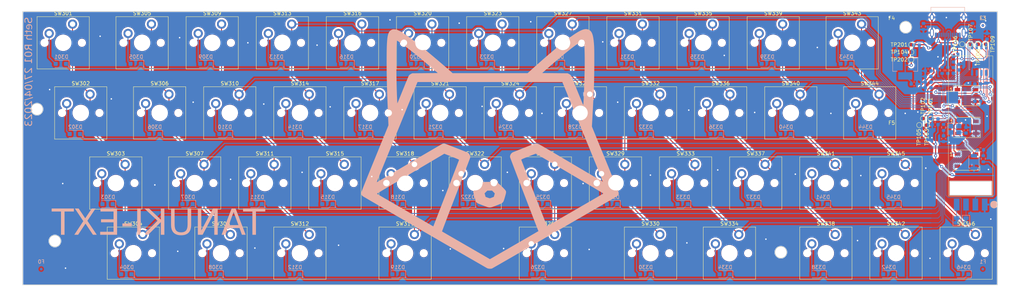
<source format=kicad_pcb>
(kicad_pcb (version 20221018) (generator pcbnew)
  (layers (0 "F.Cu" signal) (31 "B.Cu" signal) (34 "B.Paste" user) (35 "F.Paste" user) (36 "B.SilkS" user "B.Silkscreen") (37 "F.SilkS" user "F.Silkscreen") (38 "B.Mask" user) (39 "F.Mask" user) (44 "Edge.Cuts" user))
  (net 0 "")
  (net 1 "+3V3")
  (net 2 "GND")
  (net 3 "Net-(U102-XIN)")
  (net 4 "Net-(C103-Pad1)")
  (net 5 "+1V1")
  (net 6 "+5V")
  (net 7 "Net-(D101-DOUT)")
  (net 8 "Net-(D101-DIN)")
  (net 9 "Net-(D102-DOUT)")
  (net 11 "/SwitchMatrix/ROW0")
  (net 12 "Net-(D301-A)")
  (net 13 "/SwitchMatrix/ROW1")
  (net 14 "Net-(D302-A)")
  (net 15 "/SwitchMatrix/ROW2")
  (net 16 "Net-(D303-A)")
  (net 17 "/SwitchMatrix/ROW3")
  (net 18 "Net-(D304-A)")
  (net 19 "Net-(D305-A)")
  (net 20 "Net-(D306-A)")
  (net 21 "Net-(D307-A)")
  (net 22 "Net-(D308-A)")
  (net 23 "Net-(D309-A)")
  (net 24 "Net-(D310-A)")
  (net 25 "Net-(D311-A)")
  (net 26 "Net-(D312-A)")
  (net 27 "Net-(D313-A)")
  (net 28 "Net-(D314-A)")
  (net 29 "Net-(D315-A)")
  (net 30 "Net-(D316-A)")
  (net 31 "Net-(D317-A)")
  (net 32 "Net-(D318-A)")
  (net 33 "Net-(D319-A)")
  (net 34 "Net-(D320-A)")
  (net 35 "Net-(D321-A)")
  (net 36 "Net-(D322-A)")
  (net 37 "Net-(D323-A)")
  (net 38 "Net-(D324-A)")
  (net 39 "Net-(D325-A)")
  (net 40 "Net-(D326-A)")
  (net 41 "Net-(D327-A)")
  (net 42 "Net-(D328-A)")
  (net 43 "Net-(D329-A)")
  (net 44 "Net-(D330-A)")
  (net 45 "Net-(D331-A)")
  (net 46 "Net-(D332-A)")
  (net 47 "Net-(D333-A)")
  (net 48 "Net-(D334-A)")
  (net 49 "Net-(D335-A)")
  (net 50 "Net-(D336-A)")
  (net 51 "Net-(D337-A)")
  (net 52 "Net-(D338-A)")
  (net 53 "Net-(D339-A)")
  (net 54 "Net-(D340-A)")
  (net 55 "Net-(D341-A)")
  (net 56 "Net-(D342-A)")
  (net 57 "Net-(D343-A)")
  (net 58 "Net-(D344-A)")
  (net 59 "Net-(D345-A)")
  (net 60 "Net-(D346-A)")
  (net 61 "Net-(J201-CC1)")
  (net 62 "/Power/USB_+")
  (net 63 "/Power/USB_-")
  (net 65 "Net-(J201-CC2)")
  (net 67 "Net-(U101-~{CS})")
  (net 68 "Net-(R102-Pad2)")
  (net 69 "Net-(U102-USB_DP)")
  (net 70 "Net-(U102-USB_DM)")
  (net 71 "Net-(U102-XOUT)")
  (net 72 "/SwitchMatrix/COL0")
  (net 73 "/SwitchMatrix/COL1")
  (net 74 "/SwitchMatrix/COL2")
  (net 75 "/SwitchMatrix/COL3")
  (net 76 "/SwitchMatrix/COL4")
  (net 77 "/SwitchMatrix/COL5")
  (net 78 "/SwitchMatrix/COL6")
  (net 79 "/SwitchMatrix/COL7")
  (net 80 "/SwitchMatrix/COL8")
  (net 81 "/SwitchMatrix/COL9")
  (net 82 "/SwitchMatrix/COL10")
  (net 83 "/SwitchMatrix/COL11")
  (net 84 "Net-(U102-SWCLK)")
  (net 85 "Net-(U102-SWD)")
  (net 86 "Net-(U102-RUN)")
  (net 87 "Net-(U101-DO(IO1))")
  (net 88 "Net-(U101-IO2)")
  (net 89 "Net-(U101-DI(IO0))")
  (net 90 "Net-(U101-CLK)")
  (net 91 "Net-(U101-IO3)")
  (net 99 "Net-(JP101-A)")
  (net 100 "Net-(JP101-B)")
  (net 101 "Net-(JP102-A)")
  (net 102 "Net-(JP102-B)")
  (net 103 "Net-(U102-GPIO4)")
  (net 104 "Net-(U102-GPIO5)")
  (net 105 "Net-(U102-GPIO6)")
  (net 106 "Net-(U102-GPIO7)")
  (footprint "PCM_Switch_Keyboard_Cherry_MX:SW_Cherry_MX_PCB_1.00u" (layer "F.Cu") (at 235.74375 85.725)
    (fp_text reference "SW338")
    (fp_text value "SW_Push")
  )
  (footprint "PCM_Switch_Keyboard_Cherry_MX:SW_Cherry_MX_PCB_1.00u" (layer "F.Cu") (at 50.00625 28.575)
    (fp_text reference "SW305")
    (fp_text value "SW_Push")
  )
  (footprint "PCM_Switch_Keyboard_Cherry_MX:SW_Cherry_MX_PCB_1.00u" (layer "F.Cu") (at 235.74375 66.675)
    (fp_text reference "SW341")
    (fp_text value "SW_Push")
  )
  (footprint "PCM_Switch_Keyboard_Cherry_MX:SW_Cherry_MX_PCB_1.25u" (layer "F.Cu") (at 47.625 85.725)
    (fp_text reference "SW304")
    (fp_text value "SW_Push")
  )
  (footprint "TestPoint:TestPoint_Pad_D1.0mm" (layer "F.Cu") (at 263.144 50.927)
    (fp_text reference "TP103")
    (fp_text value "TestPoint")
  )
  (footprint "PCM_Switch_Keyboard_Cherry_MX:SW_Cherry_MX_PCB_1.00u" (layer "F.Cu") (at 83.34375 66.675)
    (fp_text reference "SW311")
    (fp_text value "SW_Push")
  )
  (footprint "PCM_Switch_Keyboard_Cherry_MX:SW_Cherry_MX_PCB_1.00u" (layer "F.Cu") (at 164.30625 28.575)
    (fp_text reference "SW327")
    (fp_text value "SW_Push")
  )
  (footprint "PCM_Switch_Keyboard_Cherry_MX:SW_Cherry_MX_PCB_1.00u" (layer "F.Cu") (at 159.54375 66.675)
    (fp_text reference "SW325")
    (fp_text value "SW_Push")
  )
  (footprint "TestPoint:TestPoint_Pad_D1.0mm" (layer "F.Cu") (at 258.953 33.147)
    (fp_text reference "TP202")
    (fp_text value "TestPoint")
  )
  (footprint "PCM_Switch_Keyboard_Cherry_MX:SW_Cherry_MX_PCB_1.00u" (layer "F.Cu") (at 188.11875 47.625)
    (fp_text reference "SW332")
    (fp_text value "SW_Push")
  )
  (footprint "PCM_Switch_Keyboard_Cherry_MX:SW_Cherry_MX_PCB_1.00u" (layer "F.Cu") (at 169.06875 47.625)
    (fp_text reference "SW328")
    (fp_text value "SW_Push")
  )
  (footprint "PCM_Switch_Keyboard_Cherry_MX:SW_Cherry_MX_PCB_1.00u" (layer "F.Cu") (at 126.20625 28.575)
    (fp_text reference "SW320")
    (fp_text value "SW_Push")
  )
  (footprint "PCM_Switch_Keyboard_Cherry_MX:SW_Cherry_MX_PCB_1.00u" (layer "F.Cu") (at 54.76875 47.625)
    (fp_text reference "SW306")
    (fp_text value "SW_Push")
  )
  (footprint "PCM_Switch_Keyboard_Cherry_MX:SW_Cherry_MX_PCB_1.25u" (layer "F.Cu") (at 242.8875 28.575)
    (fp_text reference "SW343")
    (fp_text value "SW_Push")
  )
  (footprint "PCM_Switch_Keyboard_Cherry_MX:SW_Cherry_MX_PCB_1.25u" (layer "F.Cu") (at 247.65 47.625)
    (fp_text reference "SW344")
    (fp_text value "SW_Push")
  )
  (footprint "PCM_Switch_Keyboard_Cherry_MX:SW_Cherry_MX_PCB_1.00u" (layer "F.Cu") (at 188.11875 85.725)
    (fp_text reference "SW330")
    (fp_text value "SW_Push")
  )
  (footprint "PCM_Switch_Keyboard_Cherry_MX:SW_Cherry_MX_PCB_2.00u" (layer "F.Cu") (at 159.54375 85.725)
    (fp_text reference "SW326")
    (fp_text value "SW_Push")
  )
  (footprint "PCM_Switch_Keyboard_Cherry_MX:SW_Cherry_MX_PCB_1.00u" (layer "F.Cu") (at 216.69375 66.675)
    (fp_text reference "SW337")
    (fp_text value "SW_Push")
  )
  (footprint "TestPoint:TestPoint_Pad_D1.0mm" (layer "F.Cu") (at 274.955 28.956 90)
    (fp_text reference "TP107")
    (fp_text value "TestPoint")
  )
  (footprint "PCM_Switch_Keyboard_Cherry_MX:SW_Cherry_MX_PCB_1.00u" (layer "F.Cu") (at 92.86875 47.625)
    (fp_text reference "SW314")
    (fp_text value "SW_Push")
  )
  (footprint "PCM_Switch_Keyboard_Cherry_MX:SW_Cherry_MX_PCB_1.00u" (layer "F.Cu") (at 178.59375 66.675)
    (fp_text reference "SW329")
    (fp_text value "SW_Push")
  )
  (footprint "PCM_Switch_Keyboard_Cherry_MX:SW_Cherry_MX_PCB_1.00u" (layer "F.Cu") (at 64.29375 66.675)
    (fp_text reference "SW307")
    (fp_text value "SW_Push")
  )
  (footprint "TestPoint:TestPoint_Pad_D1.0mm" (layer "F.Cu") (at 258.953 29.083)
    (fp_text reference "TP201")
    (fp_text value "TestPoint")
  )
  (footprint "Fiducial:Fiducial_0.75mm_Mask1.5mm" (layer "F.Cu") (at 253.619 52.324)
    (fp_text reference "F5")
    (fp_text value "Fiducial_0.75mm_Mask1.5mm")
  )
  (footprint "PCM_Switch_Keyboard_Cherry_MX:SW_Cherry_MX_PCB_1.00u" (layer "F.Cu") (at 140.49375 66.675)
    (fp_text reference "SW322")
    (fp_text value "SW_Push")
  )
  (footprint "PCM_Switch_Keyboard_Cherry_MX:SW_Cherry_MX_PCB_1.00u" (layer "F.Cu") (at 254.79375 85.725)
    (fp_text reference "SW342")
    (fp_text value "SW_Push")
  )
  (footprint "TestPoint:TestPoint_Pad_D1.0mm" (layer "F.Cu") (at 262.128 49.149)
    (fp_text reference "TP102")
    (fp_text value "TestPoint")
  )
  (footprint "PCM_Switch_Keyboard_Cherry_MX:SW_Cherry_MX_PCB_1.00u" (layer "F.Cu") (at 221.45625 28.575)
    (fp_text reference "SW339")
    (fp_text value "SW_Push")
  )
  (footprint "PCM_Switch_Keyboard_Cherry_MX:SW_Cherry_MX_PCB_1.00u" (layer "F.Cu") (at 183.35625 28.575)
    (fp_text reference "SW331")
    (fp_text value "SW_Push")
  )
  (footprint "PCM_Switch_Keyboard_Cherry_MX:SW_Cherry_MX_PCB_1.00u" (layer "F.Cu") (at 254.79375 66.675)
    (fp_text reference "SW345")
    (fp_text value "SW_Push")
  )
  (footprint "PCM_Switch_Keyboard_Cherry_MX:SW_Cherry_MX_PCB_1.00u" (layer "F.Cu") (at 88.10625 28.575)
    (fp_text reference "SW313")
    (fp_text value "SW_Push")
  )
  (footprint "PCM_Switch_Keyboard_Cherry_MX:SW_Cherry_MX_PCB_1.00u" (layer "F.Cu") (at 92.86875 85.725)
    (fp_text reference "SW312")
    (fp_text value "SW_Push")
  )
  (footprint "PCM_Switch_Keyboard_Cherry_MX:SW_Cherry_MX_PCB_1.00u" (layer "F.Cu") (at 207.16875 47.625)
    (fp_text reference "SW336")
    (fp_text value "SW_Push")
  )
  (footprint "PCM_Switch_Keyboard_Cherry_MX:SW_Cherry_MX_PCB_1.00u" (layer "F.Cu") (at 102.39375 66.675)
    (fp_text reference "SW315")
    (fp_text value "SW_Push")
  )
  (footprint "PCM_Switch_Keyboard_Cherry_MX:SW_Cherry_MX_PCB_1.00u" (layer "F.Cu") (at 145.25625 28.575)
    (fp_text reference "SW323")
    (fp_text value "SW_Push")
  )
  (footprint "PCM_Switch_Keyboard_Cherry_MX:SW_Cherry_MX_PCB_1.00u" (layer "F.Cu") (at 130.96875 47.625)
    (fp_text reference "SW321")
    (fp_text value "SW_Push")
  )
  (footprint "PCM_Switch_Keyboard_Cherry_MX:SW_Cherry_MX_PCB_1.00u" (layer "F.Cu") (at 202.40625 28.575)
    (fp_text reference "SW335")
    (fp_text value "SW_Push")
  )
  (footprint "Fiducial:Fiducial_0.75mm_Mask1.5mm" (layer "F.Cu") (at 253.619 23.876)
    (fp_text reference "F4")
    (fp_text value "Fiducial_0.75mm_Mask1.5mm")
  )
  (footprint "TestPoint:TestPoint_Pad_D1.0mm" (layer "F.Cu") (at 279.146 28.956 90)
    (fp_text reference "TP109")
    (fp_text value "TestPoint")
  )
  (footprint "PCM_Switch_Keyboard_Cherry_MX:SW_Cherry_MX_PCB_1.25u" (layer "F.Cu") (at 28.575 28.575)
    (fp_text reference "SW301")
    (fp_text value "SW_Push")
  )
  (footprint "LED_SMD:LED_WS2812B_PLCC4_5.0x5.0mm_P3.2mm" (layer "F.Cu") (at 274.066 51.562)
    (fp_text reference "D102" hide)
    (fp_text value "WS2812B-B/W")
  )
  (footprint "PCM_Switch_Keyboard_Cherry_MX:SW_Cherry_MX_PCB_1.25u" (layer "F.Cu") (at 33.3375 47.625)
    (fp_text reference "SW302")
    (fp_text value "SW_Push")
  )
  (footprint "PCM_Switch_Keyboard_Cherry_MX:SW_Cherry_MX_PCB_1.25u" (layer "F.Cu") (at 42.8625 66.675)
    (fp_text reference "SW303")
    (fp_text value "SW_Push")
  )
  (footprint "TestPoint:TestPoint_Pad_D1.0mm" (layer "F.Cu") (at 258.953 31.115)
    (fp_text reference "TP104")
    (fp_text value "TestPoint")
  )
  (footprint "TestPoint:TestPoint_Pad_D1.0mm" (layer "F.Cu") (at 272.796 28.956 90)
    (fp_text reference "TP106")
    (fp_text value "TestPoint")
  )
  (footprint "LED_SMD:LED_WS2812B_PLCC4_5.0x5.0mm_P3.2mm" (layer "F.Cu") (at 273.939 42.926)
    (fp_text reference "D101" hide)
    (fp_text value "WS2812B-B/W")
  )
  (footprint "PCM_Switch_Keyboard_Cherry_MX:SW_Cherry_MX_PCB_1.00u" (layer "F.Cu") (at 121.44375 66.675)
    (fp_text reference "SW318")
    (fp_text value "SW_Push")
  )
  (footprint "PCM_Switch_Keyboard_Cherry_MX:SW_Cherry_MX_PCB_1.00u" (layer "F.Cu") (at 197.64375 66.675)
    (fp_text reference "SW333")
    (fp_text value "SW_Push")
  )
  (footprint "PCM_Switch_Keyboard_Cherry_MX:SW_Cherry_MX_PCB_1.00u" (layer "F.Cu") (at 150.01875 47.625)
    (fp_text reference "SW324")
    (fp_text value "SW_Push")
  )
  (footprint "PCM_Switch_Keyboard_Cherry_MX:SW_Cherry_MX_PCB_2.00u" (layer "F.Cu") (at 121.44375 85.725)
    (fp_text reference "SW319")
    (fp_text value "SW_Push")
  )
  (footprint "LED_SMD:LED_WS2812B_PLCC4_5.0x5.0mm_P3.2mm" (layer "F.Cu") (at 273.939 60.452)
    (fp_text reference "D103" hide)
    (fp_text value "WS2812B-B/W")
  )
  (footprint "PCM_Switch_Keyboard_Cherry_MX:SW_Cherry_MX_PCB_1.00u" (layer "F.Cu") (at 111.91875 47.625)
    (fp_text reference "SW317")
    (fp_text value "SW_Push")
  )
  (footprint "PCM_Switch_Keyboard_Cherry_MX:SW_Cherry_MX_PCB_1.25u" (layer "F.Cu") (at 71.4375 85.725)
    (fp_text reference "SW308")
    (fp_text value "SW_Push")
  )
  (footprint "PCM_Switch_Keyboard_Cherry_MX:SW_Cherry_MX_PCB_1.25u" (layer "F.Cu") (at 209.55 85.725)
    (fp_text reference "SW334")
    (fp_text value "SW_Push")
  )
  (footprint "PCM_Switch_Keyboard_Cherry_MX:SW_Cherry_MX_PCB_1.00u" (layer "F.Cu") (at 273.84375 85.725)
    (fp_text reference "SW346")
    (fp_text value "SW_Push")
  )
  (footprint "PCM_Switch_Keyboard_Cherry_MX:SW_Cherry_MX_PCB_1.00u" (layer "F.Cu") (at 107.15625 28.575)
    (fp_text reference "SW316")
    (fp_text value "SW_Push")
  )
  (footprint "TestPoint:TestPoint_Pad_D1.0mm" (layer "F.Cu") (at 261.112 50.927)
    (fp_text reference "TP105")
    (fp_text value "TestPoint")
  )
  (footprint "Fiducial:Fiducial_0.75mm_Mask1.5mm" (layer "F.Cu") (at 278.384 23.876)
    (fp_text reference "F3")
    (fp_text value "Fiducial_0.75mm_Mask1.5mm")
  )
  (footprint "TestPoint:TestPoint_Pad_D1.0mm" (layer "F.Cu") (at 264.16 49.149)
    (fp_text reference "TP101")
    (fp_text value "TestPoint")
  )
  (footprint "PCM_Switch_Keyboard_Cherry_MX:SW_Cherry_MX_PCB_1.00u" (layer "F.Cu") (at 226.21875 47.625)
    (fp_text reference "SW340")
    (fp_text value "SW_Push")
  )
  (footprint "PCM_Switch_Keyboard_Cherry_MX:SW_Cherry_MX_PCB_1.00u" (layer "F.Cu") (at 73.81875 47.625)
    (fp_text reference "SW310")
    (fp_text value "SW_Push")
  )
  (footprint "Tanuki_library:Oled_0.91_i2c" (layer "F.Cu") (at 275.082 67.437 180)
    (fp_text reference "U103" hide)
    (fp_text value "~")
    (fp_rect (start -5.715 -2.54) (end 5.715 1.27) (stroke (width 0.2)) (fill none) (layer "Edge.Cuts"))
  )
  (footprint "PCM_Switch_Keyboard_Cherry_MX:SW_Cherry_MX_PCB_1.00u" (layer "F.Cu") (at 69.05625 28.575)
    (fp_text reference "SW309")
    (fp_text value "SW_Push")
  )
  (footprint "TestPoint:TestPoint_Pad_D1.0mm" (layer "F.Cu") (at 277.114 28.956 90)
    (fp_text reference "TP108")
    (fp_text value "TestPoint")
  )
  (footprint "Diode_SMD:D_SOD-123F" (layer "B.Cu") (at 53.34 53.34 180)
    (fp_text reference "D306")
    (fp_text value "1N4148W")
  )
  (footprint "Resistor_SMD:R_0603_1608Metric" (layer "B.Cu") (at 278.511 60.071 90)
    (fp_text reference "R101" hide)
    (fp_text value "DNP")
  )
  (footprint "Resistor_SMD:R_0603_1608Metric" (layer "B.Cu") (at 267.335 36.068 -90)
    (fp_text reference "R104" hide)
    (fp_text value "27.4")
  )
  (footprint "Diode_SMD:D_SOD-123F" (layer "B.Cu") (at 138.43 72.39 180)
    (fp_text reference "D322")
    (fp_text value "1N4148W")
  )
  (footprint "Resistor_SMD:R_0603_1608Metric" (layer "B.Cu") (at 262.255 24.13 -90)
    (fp_text reference "R202" hide)
    (fp_text value "5k1")
  )
  (footprint "Capacitor_SMD:C_0603_1608Metric" (layer "B.Cu") (at 263.525 40.767 180)
    (fp_text reference "C109" hide)
    (fp_text value "100n")
  )
  (footprint "Fiducial:Fiducial_0.75mm_Mask1.5mm" (layer "B.Cu") (at 278.384 23.876 180)
    (fp_text reference "F2")
    (fp_text value "Fiducial_0.75mm_Mask1.5mm")
  )
  (footprint "Diode_SMD:D_SOD-123F" (layer "B.Cu") (at 162.56 34.29 180)
    (fp_text reference "D327")
    (fp_text value "1N4148W")
  )
  (footprint "Package_DFN_QFN:QFN-56-1EP_7x7mm_P0.4mm_EP3.2x3.2mm" (layer "B.Cu") (at 270.075 43.4425 180)
    (fp_text reference "U102" hide)
    (fp_text value "RP2040")
  )
  (footprint "Diode_SMD:D_SOD-123F" (layer "B.Cu") (at 40.64 72.39 180)
    (fp_text reference "D303")
    (fp_text value "1N4148W")
  )
  (footprint "Diode_SMD:D_SOD-123F" (layer "B.Cu") (at 67.18 34.29 180)
    (fp_text reference "D309")
    (fp_text value "1N4148W")
  )
  (footprint "Diode_SMD:D_SOD-123F" (layer "B.Cu") (at 31.75 53.34 180)
    (fp_text reference "D302")
    (fp_text value "1N4148W")
  )
  (footprint "Diode_SMD:D_SOD-123F" (layer "B.Cu") (at 48.26 34.29 180)
    (fp_text reference "D305")
    (fp_text value "1N4148W")
  )
  (footprint "Diode_SMD:D_SOD-123F" (layer "B.Cu") (at 158.75 72.39 180)
    (fp_text reference "D325")
    (fp_text value "1N4148W")
  )
  (footprint "Capacitor_SMD:C_0603_1608Metric" (layer "B.Cu") (at 270.383 33.02 90)
    (fp_text reference "C114" hide)
    (fp_text value "100n")
  )
  (footprint "Diode_SMD:D_SOD-123F" (layer "B.Cu") (at 69.85 91.44 180)
    (fp_text reference "D308")
    (fp_text value "1N4148W")
  )
  (footprint "Diode_SMD:D_SOD-123F" (layer "B.Cu") (at 200.66 34.29 180)
    (fp_text reference "D335")
    (fp_text value "1N4148W")
  )
  (footprint "Diode_SMD:D_SOD-123F" (layer "B.Cu") (at 254 72.39 180)
    (fp_text reference "D345")
    (fp_text value "1N4148W")
  )
  (footprint "Diode_SMD:D_SOD-123F" (layer "B.Cu") (at 246.38 53.34 180)
    (fp_text reference "D344")
    (fp_text value "1N4148W")
  )
  (footprint "Capacitor_SMD:C_0603_1608Metric" (layer "B.Cu") (at 271.907 35.179 90)
    (fp_text reference "C104" hide)
    (fp_text value "100n")
  )
  (footprint "Diode_SMD:D_SOD-123F" (layer "B.Cu") (at 119.38 91.44 180)
    (fp_text reference "D319")
    (fp_text value "1N4148W")
  )
  (footprint "Diode_SMD:D_SOD-123F" (layer "B.Cu") (at 148.59 53.34 180)
    (fp_text reference "D324")
    (fp_text value "1N4148W")
  )
  (footprint "Capacitor_SMD:C_0603_1608Metric" (layer "B.Cu") (at 263.525 36.195 180)
    (fp_text reference "C105" hide)
    (fp_text value "100n")
  )
  (footprint "LOGO" (layer "B.Cu") (at 144.526 57.404 180)
    (fp_text reference "G***" hide)
    (fp_text value "LOGO" hide)
  )
  (footprint "Capacitor_SMD:C_0603_1608Metric" (layer "B.Cu") (at 265.43 49.276 180)
    (fp_text reference "C106" hide)
    (fp_text value "1u")
  )
  (footprint "Diode_SMD:D_SOD-123F" (layer "B.Cu") (at 215.9 72.39 180)
    (fp_text reference "D337")
    (fp_text value "1N4148W")
  )
  (footprint "Diode_SMD:D_SOD-123F" (layer "B.Cu") (at 27.94 34.29 180)
    (fp_text reference "D301")
    (fp_text value "1N4148W")
  )
  (footprint "Diode_SMD:D_SOD-123F" (layer "B.Cu") (at 273.05 91.44 180)
    (fp_text reference "D346")
    (fp_text value "1N4148W")
  )
  (footprint "Diode_SMD:D_SOD-123F" (layer "B.Cu") (at 233.68 91.44 180)
    (fp_text reference "D338")
    (fp_text value "1N4148W")
  )
  (footprint "Diode_SMD:D_SOD-123F" (layer "B.Cu") (at 91.44 53.34 180)
    (fp_text reference "D314")
    (fp_text value "1N4148W")
  )
  (footprint "Diode_SMD:D_SOD-123F" (layer "B.Cu") (at 219.71 34.29 180)
    (fp_text reference "D339")
    (fp_text value "1N4148W")
  )
  (footprint "Fiducial:Fiducial_0.75mm_Mask1.5mm" (layer "B.Cu") (at 278.384 90.043 180)
    (fp_text reference "F1")
    (fp_text value "Fiducial_0.75mm_Mask1.5mm")
  )
  (footprint "Diode_SMD:D_SOD-123F" (layer "B.Cu") (at 45.72 91.44 180)
    (fp_text reference "D304")
    (fp_text value "1N4148W")
  )
  (footprint "Diode_SMD:D_SOD-123F" (layer "B.Cu") (at 234.82 72.39 180)
    (fp_text reference "D341")
    (fp_text value "1N4148W")
  )
  (footprint "Diode_SMD:D_SOD-123F" (layer "B.Cu") (at 186.69 53.34 180)
    (fp_text reference "D332")
    (fp_text value "1N4148W")
  )
  (footprint "Jumper:SolderJumper-2_P1.3mm_Bridged_Pad1.0x1.5mm" (layer "B.Cu") (at 273.812 76.835 90)
    (fp_text reference "JP102" hide)
    (fp_text value "SolderJumper_2_Bridged")
  )
  (footprint "Capacitor_SMD:C_0603_1608Metric" (layer "B.Cu") (at 276.987 44.45)
    (fp_text reference "C111" hide)
    (fp_text value "100n")
  )
  (footprint "Diode_SMD:D_SOD-123F" (layer "B.Cu") (at 100.33 72.39 180)
    (fp_text reference "D315")
    (fp_text value "1N4148W")
  )
  (footprint "Resistor_SMD:R_0603_1608Metric" (layer "B.Cu") (at 277.749 57.658 180)
    (fp_text reference "R102" hide)
    (fp_text value "1k")
  )
  (footprint "Capacitor_SMD:C_0603_1608Metric" (layer "B.Cu") (at 273.812 52.324 90)
    (fp_text reference "C102" hide)
    (fp_text value "30p")
  )
  (footprint "Diode_SMD:D_SOD-123F" (layer "B.Cu") (at 86.36 34.29 180)
    (fp_text reference "D313")
    (fp_text value "1N4148W")
  )
  (footprint "Diode_SMD:D_SOD-123F" (layer "B.Cu") (at 129.54 53.34 180)
    (fp_text reference "D321")
    (fp_text value "1N4148W")
  )
  (footprint "Diode_SMD:D_SOD-123F" (layer "B.Cu") (at 157.35 91.44 180)
    (fp_text reference "D326")
    (fp_text value "1N4148W")
  )
  (footprint "Resistor_SMD:R_0603_1608Metric" (layer "B.Cu") (at 267.716 51.562 90)
    (fp_text reference "R105" hide)
    (fp_text value "1k")
  )
  (footprint "Capacitor_SMD:C_0603_1608Metric" (layer "B.Cu") (at 260.35 29.21)
    (fp_text reference "C201" hide)
    (fp_text value "10u")
  )
  (footprint "Diode_SMD:D_SOD-123F" (layer "B.Cu") (at 177.67 72.39 180)
    (fp_text reference "D329")
    (fp_text value "1N4148W")
  )
  (footprint "Crystal:Crystal_SMD_3225-4Pin_3.2x2.5mm" (layer "B.Cu") (at 270.764 52.07)
    (fp_text reference "Y101" hide)
    (fp_text value "X322512MSB4SI")
  )
  (footprint "Diode_SMD:D_SOD-123F" (layer "B.Cu") (at 143.51 34.29 180)
    (fp_text reference "D323")
    (fp_text value "1N4148W")
  )
  (footprint "Diode_SMD:D_SOD-123F" (layer "B.Cu") (at 110.49 53.34 180)
    (fp_text reference "D317")
    (fp_text value "1N4148W")
  )
  (footprint "Diode_SMD:D_SOD-123F" (layer "B.Cu") (at 167.51 53.34 180)
    (fp_text reference "D328")
    (fp_text value "1N4148W")
  )
  (footprint "Diode_SMD:D_SOD-123F" (layer "B.Cu") (at 205.74 53.34 180)
    (fp_text reference "D336")
    (fp_text value "1N4148W")
  )
  (footprint "Diode_SMD:D_SOD-123F" (layer "B.Cu") (at 241.17 34.29 180)
    (fp_text reference "D343")
    (fp_text value "1N4148W")
  )
  (footprint "Diode_SMD:D_SOD-123F" (layer "B.Cu") (at 252.73 91.44 180)
    (fp_text reference "D342")
    (fp_text value "1N4148W")
  )
  (footprint "Diode_SMD:D_SOD-123F" (layer "B.Cu") (at 91.44 91.44 180)
    (fp_text reference "D312")
    (fp_text value "1N4148W")
  )
  (footprint "Capacitor_SMD:C_0603_1608Metric" (layer "B.Cu") (at 263.525 44.45 180)
    (fp_text reference "C108" hide)
    (fp_text value "1u")
  )
  (footprint "Capacitor_SMD:C_0603_1608Metric" (layer "B.Cu") (at 263.525 37.719 180)
    (fp_text reference "C115" hide)
    (fp_text value "10u")
  )
  (footprint "Diode_SMD:D_SOD-123F" (layer "B.Cu") (at 186.69 91.44 180)
    (fp_text reference "D330")
    (fp_text value "1N4148W")
  )
  (footprint "Capacitor_SMD:C_0603_1608Metric" (layer "B.Cu") (at 270.383 36.068 90)
    (fp_text reference "C107" hide)
    (fp_text value "100n")
  )
  (footprint "Package_TO_SOT_SMD:SOT-223-3_TabPin2" (layer "B.Cu") (at 257.302 34.417 -90)
    (fp_text reference "U201" hide)
    (fp_text value "LD1117AG-33-AA3-A-R ")
  )
  (footprint "Diode_SMD:D_SOD-123F" (layer "B.Cu") (at 181.61 34.29 180)
    (fp_text reference "D331")
    (fp_text value "1N4148W")
  )
  (footprint "Capacitor_SMD:C_0603_1608Metric" (layer "B.Cu") (at 279.527 26.797 90)
    (fp_text reference "C101" hide)
    (fp_text value "100n")
  )
  (footprint "Diode_SMD:D_SOD-123F" (layer "B.Cu") (at 72.39 53.34 180)
    (fp_text reference "D310")
    (fp_text value "1N4148W")
  )
  (footprint "Diode_SMD:D_SOD-123F" (layer "B.Cu") (at 196.85 72.39 180)
    (fp_text reference "D333")
    (fp_text value "1N4148W")
  )
  (footprint "Diode_SMD:D_SOD-123F" (layer "B.Cu") (at 224.79 53.34 180)
    (fp_text reference "D340")
    (fp_text value "1N4148W")
  )
  (footprint "Package_SO:SOIC-8_5.23x5.23mm_P1.27mm" (layer "B.Cu") (at 277.368 33.147 90)
    (fp_text reference "U101" hide)
    (fp_text value "W25Q16JVSSIQ")
  )
  (footprint "Connector_USB:USB_C_Receptacle_XKB_U262-16XN-4BVC11" (layer "B.Cu") (at 268.859 22.733)
    (fp_text reference "J201" hide)
    (fp_text value "U262-161N-4BVC11")
  )
  (footprint "Capacitor_SMD:C_0603_1608Metric" (layer "B.Cu") (at 276.987 39.751)
    (fp_text reference "C113" hide)
    (fp_text value "100n")
  )
  (footprint "Capacitor_SMD:C_0603_1608Metric" (layer "B.Cu") (at 259.715 39.751)
    (fp_text reference "C202" hide)
    (fp_text value "10u")
  )
  (footprint "Diode_SMD:D_SOD-123F" (layer "B.Cu") (at 208.28 91.44 180)
    (fp_text reference "D334")
    (fp_text value "1N4148W")
  )
  (footprint "Diode_SMD:D_SOD-123F" (layer "B.Cu") (at 105.41 34.29 180)
    (fp_text reference "D316")
    (fp_text value "1N4148W")
  )
  (footprint "Diode_SMD:D_SOD-123F" (layer "B.Cu") (at 62.36 72.39 180)
    (fp_text reference "D307")
    (fp_text value "1N4148W")
  )
  (footprint "Diode_SMD:D_SOD-123F" (layer "B.Cu") (at 124.46 34.29 180)
    (fp_text reference "D320")
    (fp_text value "1N4148W")
  )
  (footprint "Capacitor_SMD:C_0603_1608Metric" (layer "B.Cu") (at 267.716 54.61 -90)
    (fp_text reference "C103" hide)
    (fp_text value "30p")
  )
  (footprint "Jumper:SolderJumper-2_P1.3mm_Bridged_Pad1.0x1.5mm" (layer "B.Cu") (at 271.272 76.835 90)
    (fp_text reference "JP101" hide)
    (fp_text value "SolderJumper_2_Bridged")
  )
  (footprint "Button_Switch_SMD:SW_SPST_B3U-1000P" (layer "B.Cu") (at 275.971 60.96 90)
    (fp_text reference "SW101" hide)
    (fp_text value "B3U-1000P")
  )
  (footprint "Fiducial:Fiducial_0.75mm_Mask1.5mm" (layer "B.Cu") (at 22.606 90.043 180)
    (fp_text reference "F0")
    (fp_text value "Fiducial_0.75mm_Mask1.5mm")
  )
  (footprint "Diode_SMD:D_SOD-123F" (layer "B.Cu") (at 81.15 72.39 180)
    (fp_text reference "D311")
    (fp_text value "1N4148W")
  )
  (footprint "Capacitor_SMD:C_0603_1608Metric" (layer "B.Cu") (at 263.525 39.243 180)
    (fp_text reference "C110" hide)
    (fp_text value "100n")
  )
  (footprint "Capacitor_SMD:C_0603_1608Metric" (layer "B.Cu") (at 265.43 50.8 180)
    (fp_text reference "C112" hide)
    (fp_text value "100n")
  )
  (footprint "Diode_SMD:D_SOD-123F" (layer "B.Cu") (at 119.38 72.39 180)
    (fp_text reference "D318")
    (fp_text value "1N4148W")
  )
  (footprint "Resistor_SMD:R_0603_1608Metric" (layer "B.Cu") (at 275.59 24.13 -90)
    (fp_text reference "R201" hide)
    (fp_text value "5k1")
  )
  (footprint "Resistor_SMD:R_0603_1608Metric" (layer "B.Cu") (at 268.859 36.068 -90)
    (fp_text reference "R103" hide)
    (fp_text value "27.4")
  )
  (gr_circle (center 26.323554 82.423) (end 27.94 82.423) (stroke (width 0.2)) (fill none) (layer "Edge.Cuts"))
  (gr_circle (center 21.463 46.609) (end 23.079446 46.609) (stroke (width 0.2)) (fill none) (layer "Edge.Cuts"))
  (gr_circle (center 257.429 24.349446) (end 259.045446 24.349446) (stroke (width 0.2)) (fill none) (layer "Edge.Cuts"))
  (gr_circle (center 223.52 85.471) (end 225.136446 85.471) (stroke (width 0.2)) (fill none) (layer "Edge.Cuts"))
  (gr_rect (start 17.601911 20.106726) (end 282.318045 94.316527) (stroke (width 0.2)) (fill none) (layer "Edge.Cuts"))
  (gr_text "TANUKI-EXT" (at 83.439 81.915) (layer "B.SilkS") (effects (font (size 7 7)) (justify left bottom mirror)))
  (gr_text "Seth R01 27/04/2023" (at 20.447 21.59 90) (layer "B.SilkS") (effects (font (size 2 2)) (justify left bottom mirror)))
  (segment (start 267.930842 45.642002) (end 267.814064 45.75878) (width 0.154) (layer "F.Cu") (net 1))
  (segment (start 259.461 50.478082) (end 259.461 42.304) (width 0.3) (layer "F.Cu") (net 1))
  (segment (start 265.049 34.163) (end 264.033 33.147) (width 0.3) (layer "F.Cu") (net 1))
  (segment (start 265.049 36.17) (end 265.049 35.331) (width 0.3) (layer "F.Cu") (net 1))
  (segment (start 258.953 34.671) (end 258.953 33.147) (width 0.3) (layer "F.Cu") (net 1))
  (segment (start 269.367 64.389) (end 267.224956 62.246956) (width 0.3) (layer "F.Cu") (net 1))
  (segment (start 265.659 35.331) (end 270.383 30.607) (width 0.3) (layer "F.Cu") (net 1))
  (segment (start 270.002 64.389) (end 269.367 64.389) (width 0.3) (layer "F.Cu") (net 1))
  (segment (start 259.461 42.304) (end 265.049 36.716) (width 0.3) (layer "F.Cu") (net 1))
  (segment (start 265.049 35.331) (end 265.659 35.331) (width 0.3) (layer "F.Cu") (net 1))
  (segment (start 265.557 56.1195) (end 265.102418 56.1195) (width 0.3) (layer "F.Cu") (net 1))
  (segment (start 270.129 45.642002) (end 267.930842 45.642002) (width 0.154) (layer "F.Cu") (net 1))
  (segment (start 265.049 36.716) (end 265.049 36.17) (width 0.3) (layer "F.Cu") (net 1))
  (segment (start 265.557 59.2235) (end 265.557 56.1195) (width 0.3) (layer "F.Cu") (net 1))
  (segment (start 265.049 36.17) (end 265.049 34.163) (width 0.3) (layer "F.Cu") (net 1))
  (segment (start 265.102418 56.1195) (end 259.461 50.478082) (width 0.3) (layer "F.Cu") (net 1))
  (segment (start 264.033 33.147) (end 258.953 33.147) (width 0.3) (layer "F.Cu") (net 1))
  (segment (start 272.669 32.893) (end 275.608184 32.893) (width 0.154) (layer "F.Cu") (net 1))
  (via (at 270.383 30.607) (size 0.8) (drill 0.4) (layers "F.Cu" "B.Cu") (net 1))
  (via (at 270.129 45.642002) (size 0.8) (drill 0.4) (layers "F.Cu" "B.Cu") (net 1))
  (via (at 272.669 32.893) (size 0.8) (drill 0.4) (layers "F.Cu" "B.Cu") (net 1))
  (via (at 267.224956 62.246956) (size 0.8) (drill 0.4) (layers "F.Cu" "B.Cu") (net 1))
  (via (at 275.608184 32.893) (size 0.8) (drill 0.4) (layers "F.Cu" "B.Cu") (net 1))
  (via (at 265.557 59.2235) (size 0.8) (drill 0.4) (layers "F.Cu" "B.Cu") (net 1))
  (via (at 265.557 56.1195) (size 0.8) (drill 0.4) (layers "F.Cu" "B.Cu") (net 1))
  (via (at 258.953 34.671) (size 0.8) (drill 0.4) (layers "F.Cu" "B.Cu") (net 1))
  (via (at 270.002 64.389) (size 0.8) (drill 0.4) (layers "F.Cu" "B.Cu") (net 1))
  (via (at 267.814064 45.75878) (size 0.8) (drill 0.4) (layers "F.Cu" "B.Cu") (net 1))
  (segment (start 276.352 72.517) (end 276.352 70.602) (width 0.3) (layer "B.Cu") (net 1))
  (segment (start 267.224956 62.246956) (end 265.557 60.579) (width 0.3) (layer "B.Cu") (net 1))
  (segment (start 269.875 46.88) (end 269.875 45.896002) (width 0.154) (layer "B.Cu") (net 1))
  (segment (start 270.652498 46.1655) (end 272.0965 46.1655) (width 0.154) (layer "B.Cu") (net 1))
  (segment (start 267.844 40.036) (end 267.844 40.894) (width 0.154) (layer "B.Cu") (net 1))
  (segment (start 272.415 30.607) (end 270.383 30.607) (width 0.3) (layer "B.Cu") (net 1))
  (segment (start 258.94 39.751) (end 258.94 39.205) (width 0.3) (layer "B.Cu") (net 1))
  (segment (start 267.335 44.45) (end 267.3275 44.4425) (width 0.154) (layer "B.Cu") (net 1))
  (segment (start 279.527 27.572) (end 279.527 28.321) (width 0.154) (layer "B.Cu") (net 1))
  (segment (start 267.131316 38.862) (end 265.404 38.862) (width 0.154) (layer "B.Cu") (net 1))
  (segment (start 258.94 39.205) (end 257.302 37.567) (width 0.3) (layer "B.Cu") (net 1))
  (segment (start 257.302 31.267) (end 257.302 34.671) (width 0.3) (layer "B.Cu") (net 1))
  (segment (start 278.511 32.893) (end 279.273 32.131) (width 0.154) (layer "B.Cu") (net 1))
  (segment (start 272.669 32.893) (end 272.669 30.861) (width 0.3) (layer "B.Cu") (net 1))
  (segment (start 269.875 40.005) (end 269.875 38.608) (width 0.154) (layer "B.Cu") (net 1))
  (segment (start 271.145 34.557) (end 270.383 33.795) (width 0.154) (layer "B.Cu") (net 1))
  (segment (start 266.6375 40.8425) (end 267.4235 40.8425) (width 0.154) (layer "B.Cu") (net 1))
  (segment (start 272.669 44.45) (end 273.505 44.45) (width 0.154) (layer "B.Cu") (net 1))
  (segment (start 279.273 28.575) (end 279.273 29.547) (width 0.154) (layer "B.Cu") (net 1))
  (segment (start 269.875 46.88) (end 269.875 48.887632) (width 0.154) (layer "B.Cu") (net 1))
  (segment (start 266.192 50.813) (end 266.205 50.8) (width 0.3) (layer "B.Cu") (net 1))
  (segment (start 265.811 39.243) (end 264.3 39.243) (width 0.154) (layer "B.Cu") (net 1))
  (segment (start 269.475 38.373) (end 270.383 37.465) (width 0.154) (layer "B.Cu") (net 1))
  (segment (start 266.573 40.005) (end 265.811 39.243) (width 0.154) (layer "B.Cu") (net 1))
  (segment (start 267.875 40.005) (end 267.875 39.605684) (width 0.154) (layer "B.Cu") (net 1))
  (segment (start 281.559 62.357) (end 280.098 60.896) (width 0.3) (layer "B.Cu") (net 1))
  (segment (start 266.63 44.45) (end 266.6375 44.4425) (width 0.154) (layer "B.Cu") (net 1))
  (segment (start 264.3 44.45) (end 266.63 44.45) (width 0.154) (layer "B.Cu") (net 1))
  (segment (start 267.475 44.31) (end 267.335 44.45) (width 0.154) (layer "B.Cu") (net 1))
  (segment (start 267.3275 44.4425) (end 266.6375 44.4425) (width 0.154) (layer "B.Cu") (net 1))
  (segment (start 258.953 34.671) (end 257.302 34.671) (width 0.3) (layer "B.Cu") (net 1))
  (segment (start 270.129 45.642002) (end 270.652498 46.1655) (width 0.154) (layer "B.Cu") (net 1))
  (segment (start 267.814064 44.649064) (end 267.475 44.31) (width 0.154) (layer "B.Cu") (net 1))
  (segment (start 276.596 70.358) (end 281.051 70.358) (width 0.3) (layer "B.Cu") (net 1))
  (segment (start 272.669 45.593) (end 272.669 44.45) (width 0.154) (layer "B.Cu") (net 1))
  (segment (start 264.3755 40.8425) (end 264.3 40.767) (width 0.154) (layer "B.Cu") (net 1))
  (segment (start 281.559 64.643) (end 281.559 62.357) (width 0.3) (layer "B.Cu") (net 1))
  (segment (start 267.844 40.894) (end 267.475 40.894) (width 0.154) (layer "B.Cu") (net 1))
  (segment (start 269.475 40.005) (end 269.475 38.373) (width 0.154) (layer "B.Cu") (net 1))
  (segment (start 279.527 28.321) (end 279.273 28.575) (width 0.154) (layer "B.Cu") (net 1))
  (segment (start 267.475 40.005) (end 267.475 40.894) (width 0.154) (layer "B.Cu") (net 1))
  (segment (start 269.875 38.608) (end 271.145 37.338) (width 0.154) (layer "B.Cu") (net 1))
  (segment (start 269.875 45.896002) (end 270.129 45.642002) (width 0.154) (layer "B.Cu") (net 1))
  (segment (start 271.145 37.338) (end 271.145 36.83) (width 0.154) (layer "B.Cu") (net 1))
  (segment (start 273.52 44.45) (end 273.5125 44.4425) (width 0.154) (layer "B.Cu") (net 1))
  (segment (start 272.669 32.893) (end 271.285 32.893) (width 0.154) (layer "B.Cu") (net 1))
  (segment (start 265.557 60.579) (end 265.557 59.2235) (width 0.3) (layer "B.Cu") (net 1))
  (segment (start 270.383 37.465) (end 270.383 36.843) (width 0.154) (layer "B.Cu") (net 1))
  (segment (start 257.302 34.671) (end 257.302 37.567) (width 0.3) (layer "B.Cu") (net 1))
  (segment (start 272.669 30.861) (end 272.415 30.607) (width 0.3) (layer "B.Cu") (net 1))
  (segment (start 281.051 70.358) (end 281.559 69.85) (width 0.3) (layer "B.Cu") (net 1))
  (segment (start 271.132 36.843) (end 271.145 36.83) (width 0.154) (layer "B.Cu") (net 1))
  (segment (start 276.352 70.602) (end 276.596 70.358) (width 0.3) (layer "B.Cu") (net 1))
  (segment (start 267.4235 40.8425) (end 267.475 40.894) (width 0.154) (layer "B.Cu") (net 1))
  (segment (start 279.273 32.131) (end 279.273 29.547) (width 0.154) (layer "B.Cu") (net 1))
  (segment (start 281.559 64.643) (end 270.256 64.643) (width 0.3) (layer "B.Cu") (net 1))
  (segment (start 281.559 69.85) (end 281.559 64.643) (width 0.3) (layer "B.Cu") (net 1))
  (segment (start 267.221 49.784) (end 266.205 50.8) (width 0.154) (layer "B.Cu") (net 1))
  (segment (start 266.6375 40.8425) (end 264.3755 40.8425) (width 0.154) (layer "B.Cu") (net 1))
  (segment (start 267.875 39.605684) (end 267.131316 38.862) (width 0.154) (layer "B.Cu") (net 1))
  (segment (start 265.557 53.467) (end 266.192 52.832) (width 0.3) (layer "B.Cu") (net 1))
  (segment (start 271.285 32.893) (end 270.383 33.795) (width 0.154) (layer "B.Cu") (net 1))
  (segment (start 276.212 44.45) (end 273.52 44.45) (width 0.154) (layer "B.Cu") (net 1))
  (segment (start 265.404 38.862) (end 264.287 37.745) (width 0.154) (layer "B.Cu") (net 1))
  (segment (start 270.383 36.843) (end 271.132 36.843) (width 0.154) (layer "B.Cu") (net 1))
  (segment (start 272.669 44.45) (end 272.669 40.918) (width 0.154) (layer "B.Cu") (net 1))
  (segment (start 272.7445 40.8425) (end 272.669 40.918) (width 0.154) (layer "B.Cu") (net 1))
  (segment (start 275.608184 32.893) (end 278.511 32.893) (width 0.154) (layer "B.Cu") (net 1))
  (segment (start 269.875 48.887632) (end 268.978632 49.784) (width 0.154) (layer "B.Cu") (net 1))
  (segment (start 273.505 44.45) (end 273.5125 44.4425) (width 0.154) (layer "B.Cu") (net 1))
  (segment (start 270.256 64.643) (end 270.002 64.389) (width 0.3) (layer "B.Cu") (net 1))
  (segment (start 267.475 40.894) (end 267.475 44.31) (width 0.154) (layer "B.Cu") (net 1))
  (segment (start 267.475 40.005) (end 266.573 40.005) (width 0.154) (layer "B.Cu") (net 1))
  (segment (start 272.0965 46.1655) (end 272.669 45.593) (width 0.154) (layer "B.Cu") (net 1))
  (segment (start 267.814064 45.75878) (end 267.814064 44.649064) (width 0.154) (layer "B.Cu") (net 1))
  (segment (start 275.1205 40.8425) (end 276.212 39.751) (width 0.154) (layer "B.Cu") (net 1))
  (segment (start 271.145 36.83) (end 271.145 34.557) (width 0.154) (layer "B.Cu") (net 1))
  (segment (start 273.5125 40.8425) (end 272.7445 40.8425) (width 0.154) (layer "B.Cu") (net 1))
  (segment (start 266.192 52.832) (end 266.192 50.813) (width 0.3) (layer "B.Cu") (net 1))
  (segment (start 273.5125 40.8425) (end 275.1205 40.8425) (width 0.154) (layer "B.Cu") (net 1))
  (segment (start 268.978632 49.784) (end 267.221 49.784) (width 0.154) (layer "B.Cu") (net 1))
  (segment (start 267.875 40.005) (end 267.844 40.036) (width 0.154) (layer "B.Cu") (net 1))
  (segment (start 280.098 60.896) (end 278.511 60.896) (width 0.3) (layer "B.Cu") (net 1))
  (segment (start 265.557 56.1195) (end 265.557 53.467) (width 0.3) (layer "B.Cu") (net 1))
  (via (at 131.699 68.707) (size 0.8) (drill 0.4) (layers "F.Cu" "B.Cu") (net 2))
  (via (at 219.456 81.915) (size 0.8) (drill 0.4) (layers "F.Cu" "B.Cu") (net 2))
  (via (at 264.033 87.122) (size 0.8) (drill 0.4) (layers "F.Cu" "B.Cu") (net 2))
  (via (at 169.799 66.802) (size 0.8) (drill 0.4) (layers "F.Cu" "B.Cu") (net 2))
  (via (at 97.536 29.21) (size 0.8) (drill 0.4) (layers "F.Cu" "B.Cu") (net 2))
  (via (at 262.89 62.611) (size 0.8) (drill 0.4) (layers "F.Cu" "B.Cu") (net 2))
  (via (at 271.9925 43.526498) (size 0.8) (drill 0.4) (layers "F.Cu" "B.Cu") (net 2))
  (via (at 273.685 49.53) (size 0.8) (drill 0.4) (layers "F.Cu" "B.Cu") (net 2))
  (via (at 175.133 28.321) (size 0.8) (drill 0.4) (layers "F.Cu" "B.Cu") (net 2))
  (via (at 83.058 45.212) (size 0.8) (drill 0.4) (layers "F.Cu" "B.Cu") (net 2))
  (via (at 233.426 29.845) (size 0.8) (drill 0.4) (layers "F.Cu" "B.Cu") (net 2))
  (via (at 136.144 23.241) (size 0.8) (drill 0.4) (layers "F.Cu" "B.Cu") (net 2))
  (via (at 268.478 21.717) (size 0.8) (drill 0.4) (layers "F.Cu" "B.Cu") (net 2))
  (via (at 264.541 54.356) (size 0.8) (drill 0.4) (layers "F.Cu" "B.Cu") (net 2))
  (via (at 227.457 64.262) (size 0.8) (drill 0.4) (layers "F.Cu" "B.Cu") (net 2))
  (via (at 29.21 89.789) (size 0.8) (drill 0.4) (layers "F.Cu" "B.Cu") (net 2))
  (via (at 279.146 22.606) (size 0.8) (drill 0.4) (layers "F.Cu" "B.Cu") (net 2))
  (via (at 112.395 64.897) (size 0.8) (drill 0.4) (layers "F.Cu" "B.Cu") (net 2))
  (via (at 208.153 32.004) (size 0.8) (drill 0.4) (layers "F.Cu" "B.Cu") (net 2))
  (via (at 171.45 84.709) (size 0.8) (drill 0.4) (layers "F.Cu" "B.Cu") (net 2))
  (via (at 120.65 46.736) (size 0.8) (drill 0.4) (layers "F.Cu" "B.Cu") (net 2))
  (via (at 28.448 66.802) (size 0.8) (drill 0.4) (layers "F.Cu" "B.Cu") (net 2))
  (via (at 41.656 43.815) (size 0.8) (drill 0.4) (layers "F.Cu" "B.Cu") (net 2))
  (via (at 80.645 84.328) (size 0.8) (drill 0.4) (layers "F.Cu" "B.Cu") (net 2))
  (via (at 266.192 32.385) (size 0.8) (drill 0.4) (layers "F.Cu" "B.Cu") (net 2))
  (via (at 133.731 84.582) (size 0.8) (drill 0.4) (layers "F.Cu" "B.Cu") (net 2))
  (via (at 60.198 27.178) (size 0.8) (drill 0.4) (layers "F.Cu" "B.Cu") (net 2))
  (via (at 279.527 48.514) (size 0.8) (drill 0.4) (layers "F.Cu" "B.Cu") (net 2))
  (via (at 149.225 63.754) (size 0.8) (drill 0.4) (layers "F.Cu" "B.Cu") (net 2))
  (via (at 279.908 62.992) (size 0.8) (drill 0.4) (layers "F.Cu" "B.Cu") (net 2))
  (via (at 38.608 26.797) (size 0.8) (drill 0.4) (layers "F.Cu" "B.Cu") (net 2))
  (via (at 53.467 67.183) (size 0.8) (drill 0.4) (layers "F.Cu" "B.Cu") (net 2))
  (via (at 260.731 47.371) (size 0.8) (drill 0.4) (layers "F.Cu" "B.Cu") (net 2))
  (via (at 274.447 39.497) (size 0.8) (drill 0.4) (layers "F.Cu" "B.Cu") (net 2))
  (via (at 117.348 22.352) (size 0.8) (drill 0.4) (layers "F.Cu" "B.Cu") (net 2))
  (via (at 197.993 82.931) (size 0.8) (drill 0.4) (layers "F.Cu" "B.Cu") (net 2))
  (via (at 257.302 47.752) (size 0.8) (drill 0.4) (layers "F.Cu" "B.Cu") (net 2))
  (via (at 252.984 21.59) (size 0.8) (drill 0.4) (layers "F.Cu" "B.Cu") (net 2))
  (via (at 63.881 44.704) (size 0.8) (drill 0.4) (layers "F.Cu" "B.Cu") (net 2))
  (via (at 103.378 83.566) (size 0.8) (drill 0.4) (layers "F.Cu" "B.Cu") (net 2))
  (via (at 206.375 63.119) (size 0.8) (drill 0.4) (layers "F.Cu" "B.Cu") (net 2))
  (via (at 276.352 34.544) (size 0.8) (drill 0.4) (layers "F.Cu" "B.Cu") (net 2))
  (via (at 198.501 46.863) (size 0.8) (drill 0.4) (layers "F.Cu" "B.Cu") (net 2))
  (via (at 93.472 63.754) (size 0.8) (drill 0.4) (layers "F.Cu" "B.Cu") (net 2))
  (via (at 24.892 41.275) (size 0.8) (drill 0.4) (layers "F.Cu" "B.Cu") (net 2))
  (via (at 261.59748 44.3745) (size 0.8) (drill 0.4) (layers "F.Cu" "B.Cu") (net 2))
  (via (at 245.237 64.643) (size 0.8) (drill 0.4) (layers "F.Cu" "B.Cu") (net 2))
  (via (at 244.348 82.296) (size 0.8) (drill 0.4) (layers "F.Cu" "B.Cu") (net 2))
  (via (at 237.109 47.752) (size 0.8) (drill 0.4) (layers "F.Cu" "B.Cu") (net 2))
  (via (at 101.092 45.974) (size 0.8) (drill 0.4) (layers "F.Cu" "B.Cu") (net 2))
  (via (at 142.367 45.847) (size 0.8) (drill 0.4) (layers "F.Cu" "B.Cu") (net 2))
  (via (at 78.74 28.575) (size 0.8) (drill 0.4) (layers "F.Cu" "B.Cu") (net 2))
  (via (at 158.623 47.752) (size 0.8) (drill 0.4) (layers "F.Cu" "B.Cu") (net 2))
  (via (at 188.087 64.516) (size 0.8) (drill 0.4) (layers "F.Cu" "B.Cu") (net 2))
  (via (at 74.041 65.659) (size 0.8) (drill 0.4) (layers "F.Cu" "B.Cu") (net 2))
  (via (at 280.543 76.454) (size 0.8) (drill 0.4) (layers "F.Cu" "B.Cu") (net 2))
  (via (at 59.69 85.217) (size 0.8) (drill 0.4) (layers "F.Cu" "B.Cu") (net 2))
  (via (at 269.24 55.626) (size 0.8) (drill 0.4) (layers "F.Cu" "B.Cu") (net 2))
  (via (at 216.408 47.498) (size 0.8) (drill 0.4) (layers "F.Cu" "B.Cu") (net 2))
  (via (at 179.197 44.704) (size 0.8) (drill 0.4) (layers "F.Cu" "B.Cu") (net 2))
  (via (at 155.575 22.86) (size 0.8) (drill 0.4) (layers "F.Cu" "B.Cu") (net 2))
  (via (at 148.209 84.455) (size 0.8) (drill 0.4) (layers "F.Cu" "B.Cu") (net 2))
  (segment (start 272.034 49.53) (end 273.685 49.53) (width 0.154) (layer "B.Cu") (net 2))
  (segment (start 269.631 34.808) (end 269.631 32.997) (width 0.154) (layer "B.Cu") (net 2))
  (segment (start 273.4 29.464) (end 272.209 28.273) (width 0.3) (layer "B.Cu") (net 2))
  (segment (start 272.218661 34.404) (end 273.431 33.191661) (width 0.3) (layer "B.Cu") (net 2))
  (segment (start 262.75 44.45) (end 261.67298 44.45) (width 0.154) (layer "B.Cu") (net 2))
  (segment (start 269.631 32.997) (end 270.383 32.245) (width 0.154) (layer "B.Cu") (net 2))
  (segment (start 270.383 32.245) (end 269.5956 31.4576) (width 0.154) (layer "B.Cu") (net 2))
  (segment (start 271.075 46.88) (end 271.075 48.571) (width 0.154) (layer "B.Cu") (net 2))
  (segment (start 272.209 28.273) (end 272.209 26.403) (width 0.154) (layer "B.Cu") (net 2))
  (segment (start 275.463 36.747) (end 275.463 35.433) (width 0.3) (layer "B.Cu") (net 2))
  (segment (start 273.431 33.191661) (end 273.431 29.464) (width 0.3) (layer "B.Cu") (net 2))
  (segment (start 271.526 29.6164) (end 272.209 28.9334) (width 0.154) (layer "B.Cu") (net 2))
  (segment (start 273.431 29.464) (end 273.4 29.464) (width 0.3) (layer "B.Cu") (net 2))
  (segment (start 270.116 35.293) (end 269.631 34.808) (width 0.154) (layer "B.Cu") (net 2))
  (segment (start 265.509 27.48) (end 265.303 27.686) (width 0.3) (layer "B.Cu") (net 2))
  (segment (start 265.509 26.403) (end 265.509 27.48) (width 0.3) (layer "B.Cu") (net 2))
  (segment (start 274.945 38.999) (end 274.447 39.497) (width 0.154) (layer "B.Cu") (net 2))
  (segment (start 269.5956 31.4576) (end 269.5956 30.0228) (width 0.154) (layer "B.Cu") (net 2))
  (segment (start 271.907 34.404) (end 272.218661 34.404) (width 0.3) (layer "B.Cu") (net 2))
  (segment (start 277.762 39.751) (end 277.01 38.999) (width 0.154) (layer "B.Cu") (net 2))
  (segment (start 277.01 38.999) (end 274.945 38.999) (width 0.154) (layer "B.Cu") (net 2))
  (segment (start 269.5956 30.0228) (end 270.002 29.6164) (width 0.154) (layer "B.Cu") (net 2))
  (segment (start 270.002 29.6164) (end 271.526 29.6164) (width 0.154) (layer "B.Cu") (net 2))
  (segment (start 261.67298 44.45) (end 261.59748 44.3745) (width 0.154) (layer "B.Cu") (net 2))
  (segment (start 264.922 27.686) (end 264.539 27.303) (width 0.3) (layer "B.Cu") (net 2))
  (segment (start 265.303 27.686) (end 264.922 27.686) (width 0.3) (layer "B.Cu") (net 2))
  (segment (start 270.383 35.293) (end 270.116 35.293) (width 0.154) (layer "B.Cu") (net 2))
  (segment (start 264.539 27.303) (end 264.539 25.838) (width 0.3) (layer "B.Cu") (net 2))
  (segment (start 271.075 48.571) (end 272.034 49.53) (width 0.154) (layer "B.Cu") (net 2))
  (segment (start 275.463 35.433) (end 276.352 34.544) (width 0.3) (layer "B.Cu") (net 2))
  (segment (start 272.209 28.9334) (end 272.209 28.273) (width 0.154) (layer "B.Cu") (net 2))
  (segment (start 270.675 51.731) (end 271.864 52.92) (width 0.154) (layer "B.Cu") (net 3))
  (segment (start 270.675 46.88) (end 270.675 51.731) (width 0.154) (layer "B.Cu") (net 3))
  (segment (start 271.864 52.92) (end 271.964 52.92) (width 0.25) (layer "B.Cu") (net 3))
  (segment (start 273.633 52.92) (end 273.812 53.099) (width 0.154) (layer "B.Cu") (net 3))
  (segment (start 271.864 52.92) (end 273.633 52.92) (width 0.154) (layer "B.Cu") (net 3))
  (segment (start 268.883 51.22) (end 269.664 51.22) (width 0.154) (layer "B.Cu") (net 4))
  (segment (start 267.716 52.387) (end 268.883 51.22) (width 0.154) (layer "B.Cu") (net 4))
  (segment (start 267.716 53.835) (end 267.716 52.387) (width 0.154) (layer "B.Cu") (net 4))
  (segment (start 269.322 51.562) (end 269.664 51.22) (width 0.154) (layer "B.Cu") (net 4))
  (segment (start 265.43 36.576) (end 265.049 36.195) (width 0.154) (layer "B.Cu") (net 5))
  (segment (start 268.198 40.793) (end 268.275 40.716) (width 0.154) (layer "B.Cu") (net 5))
  (segment (start 270.002 41.529) (end 268.198 41.529) (width 0.154) (layer "B.Cu") (net 5))
  (segment (start 265.43 38.227) (end 265.43 36.576) (width 0.154) (layer "B.Cu") (net 5))
  (segment (start 268.986 49.276) (end 269.494 48.768) (width 0.154) (layer "B.Cu") (net 5))
  (segment (start 270.275 41.256) (end 270.002 41.529) (width 0.154) (layer "B.Cu") (net 5))
  (segment (start 269.494 46.899) (end 269.475 46.88) (width 0.154) (layer "B.Cu") (net 5))
  (segment (start 270.275 40.005) (end 270.275 41.256) (width 0.154) (layer "B.Cu") (net 5))
  (segment (start 268.275 40.716) (end 268.275 40.005) (width 0.154) (layer "B.Cu") (net 5))
  (segment (start 265.711 38.508) (end 265.43 38.227) (width 0.154) (layer "B.Cu") (net 5))
  (segment (start 268.168064 44.502432) (end 267.829 44.163368) (width 0.154) (layer "B.Cu") (net 5))
  (segment (start 267.356474 38.586526) (end 267.277948 38.508) (width 0.154) (layer "B.Cu") (net 5))
  (segment (start 267.829 41.898) (end 268.198 41.529) (width 0.154) (layer "B.Cu") (net 5))
  (segment (start 268.168064 45.156064) (end 268.168064 44.502432) (width 0.154) (layer "B.Cu") (net 5))
  (segment (start 267.277948 38.508) (end 265.711 38.508) (width 0.154) (layer "B.Cu") (net 5))
  (segment (start 266.205 49.276) (end 268.986 49.276) (width 0.154) (layer "B.Cu") (net 5))
  (segment (start 268.275 39.505052) (end 267.356474 38.586526) (width 0.154) (layer "B.Cu") (net 5))
  (segment (start 269.494 48.768) (end 269.494 46.899) (width 0.154) (layer "B.Cu") (net 5))
  (segment (start 270.275 38.708632) (end 271.907 37.076632) (width 0.154) (layer "B.Cu") (net 5))
  (segment (start 268.275 40.005) (end 268.275 39.505052) (width 0.154) (layer "B.Cu") (net 5))
  (segment (start 268.351 45.339) (end 268.168064 45.156064) (width 0.154) (layer "B.Cu") (net 5))
  (segment (start 268.986 45.339) (end 268.351 45.339) (width 0.154) (layer "B.Cu") (net 5))
  (segment (start 270.275 40.005) (end 270.275 38.708632) (width 0.154) (layer "B.Cu") (net 5))
  (segment (start 269.475 45.828) (end 268.986 45.339) (width 0.154) (layer "B.Cu") (net 5))
  (segment (start 271.907 37.076632) (end 271.907 35.954) (width 0.154) (layer "B.Cu") (net 5))
  (segment (start 268.198 41.529) (end 268.198 40.793) (width 0.154) (layer "B.Cu") (net 5))
  (segment (start 267.829 44.163368) (end 267.829 41.898) (width 0.154) (layer "B.Cu") (net 5))
  (segment (start 265.049 36.195) (end 264.3 36.195) (width 0.154) (layer "B.Cu") (net 5))
  (segment (start 269.475 46.88) (end 269.475 45.828) (width 0.154) (layer "B.Cu") (net 5))
  (segment (start 271.489 41.276) (end 271.489 29.173) (width 0.3) (layer "F.Cu") (net 6))
  (segment (start 271.489 29.173) (end 270.891 28.575) (width 0.3) (layer "F.Cu") (net 6))
  (segment (start 263.398 41.275) (end 263.398 45.085) (width 0.3) (layer "F.Cu") (net 6))
  (segment (start 271.489 39.37) (end 265.303 39.37) (width 0.3) (layer "F.Cu") (net 6))
  (segment (start 265.303 39.37) (end 263.398 41.275) (width 0.3) (layer "F.Cu") (net 6))
  (segment (start 263.652 29.972) (end 262.763 29.083) (width 0.3) (layer "F.Cu") (net 6))
  (segment (start 265.2585 46.9455) (end 266.551976 46.9455) (width 0.3) (layer "F.Cu") (net 6))
  (segment (start 270.891 28.575) (end 266.827 28.575) (width 0.3) (layer "F.Cu") (net 6))
  (segment (start 271.616 49.912) (end 270.516 51.012) (width 0.3) (layer "F.Cu") (net 6))
  (segment (start 266.827 28.575) (end 266.319 28.067) (width 0.3) (layer "F.Cu") (net 6))
  (segment (start 267.328976 47.7225) (end 269.4265 47.7225) (width 0.3) (layer "F.Cu") (net 6))
  (segment (start 262.763 29.083) (end 258.953 29.083) (width 0.3) (layer "F.Cu") (net 6))
  (segment (start 269.4265 47.7225) (end 271.616 49.912) (width 0.3) (layer "F.Cu") (net 6))
  (segment (start 263.398 45.085) (end 265.2585 46.9455) (width 0.3) (layer "F.Cu") (net 6))
  (segment (start 270.516 57.829) (end 271.489 58.802) (width 0.3) (layer "F.Cu") (net 6))
  (segment (start 266.551976 46.9455) (end 267.328976 47.7225) (width 0.3) (layer "F.Cu") (net 6))
  (segment (start 271.489 41.276) (end 271.489 39.37) (width 0.3) (layer "F.Cu") (net 6))
  (segment (start 270.516 51.012) (end 270.516 57.829) (width 0.3) (layer "F.Cu") (net 6))
  (via (at 270.891 28.575) (size 0.8) (drill 0.4) (layers "F.Cu" "B.Cu") (net 6))
  (via (at 266.319 28.067) (size 0.8) (drill 0.4) (layers "F.Cu" "B.Cu") (net 6))
  (via (at 263.652 29.972) (size 0.8) (drill 0.4) (layers "F.Cu" "B.Cu") (net 6))
  (segment (start 259.575 31.24) (end 259.602 31.267) (width 0.3) (layer "B.Cu") (net 6))
  (segment (start 271.109 26.403) (end 271.109 28.357) (width 0.3) (layer "B.Cu") (net 6))
  (segment (start 263.652 29.972) (end 262.001 28.321) (width 0.3) (layer "B.Cu") (net 6))
  (segment (start 259.575 29.21) (end 259.575 31.24) (width 0.3) (layer "B.Cu") (net 6))
  (segment (start 264.414 29.972) (end 263.652 29.972) (width 0.3) (layer "B.Cu") (net 6))
  (segment (start 260.464 28.321) (end 259.575 29.21) (width 0.3) (layer "B.Cu") (net 6))
  (segment (start 266.309 26.403) (end 266.309 28.057) (width 0.3) (layer "B.Cu") (net 6))
  (segment (start 266.319 28.067) (end 264.414 29.972) (width 0.3) (layer "B.Cu") (net 6))
  (segment (start 266.309 28.057) (end 266.319 28.067) (width 0.3) (layer "B.Cu") (net 6))
  (segment (start 271.109 28.357) (end 270.891 28.575) (width 0.3) (layer "B.Cu") (net 6))
  (segment (start 262.001 28.321) (end 260.464 28.321) (width 0.3) (layer "B.Cu") (net 6))
  (segment (start 271.489 44.576) (end 271.489 44.885) (width 0.154) (layer "F.Cu") (net 7))
  (segment (start 271.489 44.885) (end 276.516 49.912) (width 0.154) (layer "F.Cu") (net 7))
  (segment (start 265.882764 42.291) (end 275.374 42.291) (width 0.154) (layer "F.Cu") (net 8))
  (segment (start 275.374 42.291) (end 276.389 41.276) (width 0.154) (layer "F.Cu") (net 8))
  (segment (start 265.6005 42.008736) (end 265.882764 42.291) (width 0.154) (layer "F.Cu") (net 8))
  (via (at 265.6005 42.008736) (size 0.8) (drill 0.4) (layers "F.Cu" "B.Cu") (net 8))
  (segment (start 265.6005 41.529) (end 265.6005 42.008736) (width 0.154) (layer "B.Cu") (net 8))
  (segment (start 265.887 41.2425) (end 266.6375 41.2425) (width 0.154) (layer "B.Cu") (net 8))
  (segment (start 265.6005 41.529) (end 265.887 41.2425) (width 0.154) (layer "B.Cu") (net 8))
  (segment (start 271.616 53.212) (end 273.939 55.535) (width 0.154) (layer "F.Cu") (net 9))
  (segment (start 273.939 56.352) (end 276.389 58.802) (width 0.154) (layer "F.Cu") (net 9))
  (segment (start 273.939 55.535) (end 273.939 56.352) (width 0.154) (layer "F.Cu") (net 9))
  (segment (start 105.54 35.56) (end 106.81 34.29) (width 0.25) (layer "B.Cu") (net 11))
  (segment (start 49.66 34.29) (end 50.93 35.56) (width 0.25) (layer "B.Cu") (net 11))
  (segment (start 68.58 34.29) (end 69.85 35.56) (width 0.25) (layer "B.Cu") (net 11))
  (segment (start 29.34 34.29) (end 30.61 35.56) (width 0.25) (layer "B.Cu") (net 11))
  (segment (start 124.59 35.56) (end 125.86 34.29) (width 0.25) (layer "B.Cu") (net 11))
  (segment (start 241.3 35.56) (end 242.57 34.29) (width 0.25) (layer "B.Cu") (net 11))
  (segment (start 247.57 39.29) (end 251.071575 39.29) (width 0.25) (layer "B.Cu") (net 11))
  (segment (start 125.86 34.29) (end 125.86 34.42) (width 0.25) (layer "B.Cu") (net 11))
  (segment (start 261.2295 43.6975) (end 260.303 44.624) (width 0.154) (layer "B.Cu") (net 11))
  (segment (start 184.15 35.56) (end 200.79 35.56) (width 0.25) (layer "B.Cu") (net 11))
  (segment (start 165.1 35.56) (end 181.74 35.56) (width 0.25) (layer "B.Cu") (net 11))
  (segment (start 106.81 34.42) (end 107.95 35.56) (width 0.25) (layer "B.Cu") (net 11))
  (segment (start 222.25 35.56) (end 241.3 35.56) (width 0.25) (layer "B.Cu") (net 11))
  (segment (start 183.01 34.29) (end 183.01 34.42) (width 0.25) (layer "B.Cu") (net 11))
  (segment (start 144.91 34.42) (end 146.05 35.56) (width 0.25) (layer "B.Cu") (net 11))
  (segment (start 125.86 34.42) (end 127 35.56) (width 0.25) (layer "B.Cu") (net 11))
  (segment (start 242.57 34.29) (end 247.57 39.29) (width 0.25) (layer "B.Cu") (net 11))
  (segment (start 106.81 34.29) (end 106.81 34.42) (width 0.25) (layer "B.Cu") (net 11))
  (segment (start 221.11 34.29) (end 221.11 34.42) (width 0.25) (layer "B.Cu") (net 11))
  (segment (start 163.96 34.29) (end 163.96 34.42) (width 0.25) (layer "B.Cu") (net 11))
  (segment (start 265.077435 44.0425) (end 264.732435 43.6975) (width 0.154) (layer "B.Cu") (net 11))
  (segment (start 86.49 35.56) (end 87.76 34.29) (width 0.25) (layer "B.Cu") (net 11))
  (segment (start 143.64 35.56) (end 144.91 34.29) (width 0.25) (layer "B.Cu") (net 11))
  (segment (start 87.76 34.42) (end 88.9 35.56) (width 0.25) (layer "B.Cu") (net 11))
  (segment (start 203.2 35.56) (end 219.84 35.56) (width 0.25) (layer "B.Cu") (net 11))
  (segment (start 88.9 35.56) (end 105.54 35.56) (width 0.25) (layer "B.Cu") (net 11))
  (segment (start 202.06 34.42) (end 203.2 35.56) (width 0.25) (layer "B.Cu") (net 11))
  (segment (start 50.93 35.56) (end 67.31 35.56) (width 0.25) (layer "B.Cu") (net 11))
  (segment (start 219.84 35.56) (end 221.11 34.29) (width 0.25) (layer "B.Cu") (net 11))
  (segment (start 87.76 34.29) (end 87.76 34.42) (width 0.25) (layer "B.Cu") (net 11))
  (segment (start 200.79 35.56) (end 202.06 34.29) (width 0.25) (layer "B.Cu") (net 11))
  (segment (start 181.74 35.56) (end 183.01 34.29) (width 0.25) (layer "B.Cu") (net 11))
  (segment (start 264.732435 43.6975) (end 261.2295 43.6975) (width 0.154) (layer "B.Cu") (net 11))
  (segment (start 69.85 35.56) (end 86.49 35.56) (width 0.25) (layer "B.Cu") (net 11))
  (segment (start 221.11 34.42) (end 222.25 35.56) (width 0.25) (layer "B.Cu") (net 11))
  (segment (start 266.6375 44.0425) (end 265.077435 44.0425) (width 0.154) (layer "B.Cu") (net 11))
  (segment (start 107.95 35.56) (end 124.59 35.56) (width 0.25) (layer "B.Cu") (net 11))
  (segment (start 48.39 35.56) (end 49.66 34.29) (width 0.25) (layer "B.Cu") (net 11))
  (segment (start 260.303 44.624) (end 258.953 44.624) (width 0.154) (layer "B.Cu") (net 11))
  (segment (start 67.31 35.56) (end 68.58 34.29) (width 0.25) (layer "B.Cu") (net 11))
  (segment (start 127 35.56) (end 143.64 35.56) (width 0.25) (layer "B.Cu") (net 11))
  (segment (start 144.91 34.29) (end 144.91 34.42) (width 0.25) (layer "B.Cu") (net 11))
  (segment (start 202.06 34.29) (end 202.06 34.42) (width 0.25) (layer "B.Cu") (net 11))
  (segment (start 162.69 35.56) (end 163.96 34.29) (width 0.25) (layer "B.Cu") (net 11))
  (segment (start 146.05 35.56) (end 162.69 35.56) (width 0.25) (layer "B.Cu") (net 11))
  (segment (start 30.61 35.56) (end 48.39 35.56) (width 0.25) (layer "B.Cu") (net 11))
  (segment (start 251.071575 39.29) (end 256.405576 44.624) (width 0.25) (layer "B.Cu") (net 11))
  (segment (start 257.636 44.624) (end 258.953 44.624) (width 0.25) (layer "B.Cu") (net 11))
  (segment (start 183.01 34.42) (end 184.15 35.56) (width 0.25) (layer "B.Cu") (net 11))
  (segment (start 163.96 34.42) (end 165.1 35.56) (width 0.25) (layer "B.Cu") (net 11))
  (segment (start 256.405576 44.624) (end 257.636 44.624) (width 0.25) (layer "B.Cu") (net 11))
  (segment (start 24.765 32.515) (end 26.54 34.29) (width 0.25) (layer "B.Cu") (net 12))
  (segment (start 24.765 26.035) (end 24.765 32.515) (width 0.25) (layer "B.Cu") (net 12))
  (segment (start 205.87 54.61) (end 207.14 53.34) (width 0.25) (layer "B.Cu") (net 13))
  (segment (start 224.92 54.61) (end 226.19 53.34) (width 0.25) (layer "B.Cu") (net 13))
  (segment (start 149.99 53.34) (end 151.26 54.61) (width 0.25) (layer "B.Cu") (net 13))
  (segment (start 207.14 53.34) (end 208.41 54.61) (width 0.25) (layer "B.Cu") (net 13))
  (segment (start 132.21 54.61) (end 148.72 54.61) (width 0.25) (layer "B.Cu") (net 13))
  (segment (start 92.84 53.34) (end 94.11 54.61) (width 0.25) (layer "B.Cu") (net 13))
  (segment (start 148.72 54.61) (end 149.99 53.34) (width 0.25) (layer "B.Cu") (net 13))
  (segment (start 247.78 53.34) (end 249.05 54.61) (width 0.25) (layer "B.Cu") (net 13))
  (segment (start 33.15 53.34) (end 34.42 54.61) (width 0.25) (layer "B.Cu") (net 13))
  (segment (start 75.06 54.61) (end 91.57 54.61) (width 0.25) (layer "B.Cu") (net 13))
  (segment (start 151.26 54.61) (end 167.64 54.61) (width 0.25) (layer "B.Cu") (net 13))
  (segment (start 246.51 54.61) (end 247.78 53.34) (width 0.25) (layer "B.Cu") (net 13))
  (segment (start 189.23 54.61) (end 205.87 54.61) (width 0.25) (layer "B.Cu") (net 13))
  (segment (start 110.62 54.61) (end 111.89 53.34) (width 0.25) (layer "B.Cu") (net 13))
  (segment (start 111.89 53.34) (end 113.16 54.61) (width 0.25) (layer "B.Cu") (net 13))
  (segment (start 168.91 53.34) (end 170.18 54.61) (width 0.25) (layer "B.Cu") (net 13))
  (segment (start 267.475 46.88) (end 264.143 46.88) (width 0.154) (layer "B.Cu") (net 13))
  (segment (start 226.19 53.34) (end 226.19 53.47) (width 0.25) (layer "B.Cu") (net 13))
  (segment (start 130.94 53.34) (end 132.21 54.61) (width 0.25) (layer "B.Cu") (net 13))
  (segment (start 56.01 54.61) (end 72.52 54.61) (width 0.25) (layer "B.Cu") (net 13))
  (segment (start 186.82 54.61) (end 188.09 53.34) (width 0.25) (layer "B.Cu") (net 13))
  (segment (start 73.79 53.34) (end 75.06 54.61) (width 0.25) (layer "B.Cu") (net 13))
  (segment (start 188.09 53.47) (end 189.23 54.61) (width 0.25) (layer "B.Cu") (net 13))
  (segment (start 34.42 54.61) (end 53.47 54.61) (width 0.25) (layer "B.Cu") (net 13))
  (segment (start 262.636 53.086) (end 262.636 54.102) (width 0.154) (layer "B.Cu") (net 13))
  (segment (start 54.74 53.34) (end 56.01 54.61) (width 0.25) (layer "B.Cu") (net 13))
  (segment (start 94.11 54.61) (end 110.62 54.61) (width 0.25) (layer "B.Cu") (net 13))
  (segment (start 262.636 54.102) (end 262.128 54.61) (width 0.154) (layer "B.Cu") (net 13))
  (segment (start 53.47 54.61) (end 54.74 53.34) (width 0.25) (layer "B.Cu") (net 13))
  (segment (start 91.57 54.61) (end 92.84 53.34) (width 0.25) (layer "B.Cu") (net 13))
  (segment (start 167.64 54.61) (end 168.91 53.34) (width 0.25) (layer "B.Cu") (net 13))
  (segment (start 188.09 53.34) (end 188.09 53.47) (width 0.25) (layer "B.Cu") (net 13))
  (segment (start 264.143 46.88) (end 263.144 47.879) (width 0.154) (layer "B.Cu") (net 13))
  (segment (start 129.67 54.61) (end 130.94 53.34) (width 0.25) (layer "B.Cu") (net 13))
  (segment (start 262.636 48.387) (end 262.636 53.086) (width 0.154) (layer "B.Cu") (net 13))
  (segment (start 72.52 54.61) (end 73.79 53.34) (width 0.25) (layer "B.Cu") (net 13))
  (segment (start 249.05 54.61) (end 261.366 54.61) (width 0.25) (layer "B.Cu") (net 13))
  (segment (start 227.33 54.61) (end 246.51 54.61) (width 0.25) (layer "B.Cu") (net 13))
  (segment (start 226.19 53.47) (end 227.33 54.61) (width 0.25) (layer "B.Cu") (net 13))
  (segment (start 263.144 47.879) (end 262.636 48.387) (width 0.154) (layer "B.Cu") (net 13))
  (segment (start 170.18 54.61) (end 186.82 54.61) (width 0.25) (layer "B.Cu") (net 13))
  (segment (start 113.16 54.61) (end 129.67 54.61) (width 0.25) (layer "B.Cu") (net 13))
  (segment (start 262.128 54.61) (end 261.366 54.61) (width 0.154) (layer "B.Cu") (net 13))
  (segment (start 208.41 54.61) (end 224.92 54.61) (width 0.25) (layer "B.Cu") (net 13))
  (segment (start 29.5275 52.5175) (end 30.35 53.34) (width 0.25) (layer "B.Cu") (net 14))
  (segment (start 29.5275 45.085) (end 29.5275 52.5175) (width 0.25) (layer "B.Cu") (net 14))
  (segment (start 180.34 73.66) (end 196.98 73.66) (width 0.25) (layer "B.Cu") (net 15))
  (segment (start 43.31 73.66) (end 62.49 73.66) (width 0.25) (layer "B.Cu") (net 15))
  (segment (start 42.04 72.39) (end 43.31 73.66) (width 0.25) (layer "B.Cu") (net 15))
  (segment (start 196.98 73.66) (end 198.25 72.39) (width 0.25) (layer "B.Cu") (net 15))
  (segment (start 138.56 73.66) (end 139.83 72.39) (width 0.25) (layer "B.Cu") (net 15))
  (segment (start 177.8 73.66) (end 179.07 72.39) (width 0.25) (layer "B.Cu") (net 15))
  (segment (start 255.4 72.52) (end 256.54 73.66) (width 0.25) (layer "B.Cu") (net 15))
  (segment (start 62.49 73.66) (end 63.76 72.39) (width 0.25) (layer "B.Cu") (net 15))
  (segment (start 254.13 73.66) (end 255.4 72.39) (width 0.25) (layer "B.Cu") (net 15))
  (segment (start 272.675 46.88) (end 275.454537 46.88) (width 0.154) (layer "B.Cu") (net 15))
  (segment (start 276.841 53.587628) (end 266.173 64.255628) (width 0.154) (layer "B.Cu") (net 15))
  (segment (start 234.95 73.66) (end 236.22 72.39) (width 0.25) (layer "B.Cu") (net 15))
  (segment (start 65.03 73.66) (end 81.28 73.66) (width 0.25) (layer "B.Cu") (net 15))
  (segment (start 179.07 72.39) (end 180.34 73.66) (width 0.25) (layer "B.Cu") (net 15))
  (segment (start 276.841 48.266463) (end 276.841 53.587628) (width 0.154) (layer "B.Cu") (net 15))
  (segment (start 122.05 73.66) (end 138.56 73.66) (width 0.25) (layer "B.Cu") (net 15))
  (segment (start 120.78 72.39) (end 122.05 73.66) (width 0.25) (layer "B.Cu") (net 15))
  (segment (start 141.1 73.66) (end 158.88 73.66) (width 0.25) (layer "B.Cu") (net 15))
  (segment (start 83.82 73.66) (end 100.46 73.66) (width 0.25) (layer "B.Cu") (net 15))
  (segment (start 100.46 73.66) (end 101.73 72.39) (width 0.25) (layer "B.Cu") (net 15))
  (segment (start 275.454537 46.88) (end 276.841 48.266463) (width 0.154) (layer "B.Cu") (net 15))
  (segment (start 101.73 72.39) (end 103 73.66) (width 0.25) (layer "B.Cu") (net 15))
  (segment (start 81.28 73.66) (end 82.55 72.39) (width 0.25) (layer "B.Cu") (net 15))
  (segment (start 198.25 72.39) (end 199.52 73.66) (width 0.25) (layer "B.Cu") (net 15))
  (segment (start 265.43 73.66) (end 264.541 73.66) (width 0.154) (layer "B.Cu") (net 15))
  (segment (start 216.03 73.66) (end 217.3 72.39) (width 0.25) (layer "B.Cu") (net 15))
  (segment (start 139.83 72.39) (end 141.1 73.66) (width 0.25) (layer "B.Cu") (net 15))
  (segment (start 63.76 72.39) (end 65.03 73.66) (width 0.25) (layer "B.Cu") (net 15))
  (segment (start 161.42 73.66) (end 177.8 73.66) (width 0.25) (layer "B.Cu") (net 15))
  (segment (start 158.88 73.66) (end 160.15 72.39) (width 0.25) (layer "B.Cu") (net 15))
  (segment (start 82.55 72.39) (end 83.82 73.66) (width 0.25) (layer "B.Cu") (net 15))
  (segment (start 119.51 73.66) (end 120.78 72.39) (width 0.25) (layer "B.Cu") (net 15))
  (segment (start 218.57 73.66) (end 234.95 73.66) (width 0.25) (layer "B.Cu") (net 15))
  (segment (start 160.15 72.39) (end 161.42 73.66) (width 0.25) (layer "B.Cu") (net 15))
  (segment (start 103 73.66) (end 119.51 73.66) (width 0.25) (layer "B.Cu") (net 15))
  (segment (start 237.49 73.66) (end 254.13 73.66) (width 0.25) (layer "B.Cu") (net 15))
  (segment (start 255.4 72.39) (end 255.4 72.52) (width 0.25) (layer "B.Cu") (net 15))
  (segment (start 266.173 72.917) (end 265.43 73.66) (width 0.154) (layer "B.Cu") (net 15))
  (segment (start 217.3 72.39) (end 218.57 73.66) (width 0.25) (layer "B.Cu") (net 15))
  (segment (start 236.22 72.39) (end 237.49 73.66) (width 0.25) (layer "B.Cu") (net 15))
  (segment (start 256.54 73.66) (end 264.541 73.66) (width 0.25) (layer "B.Cu") (net 15))
  (segment (start 199.52 73.66) (end 216.03 73.66) (width 0.25) (layer "B.Cu") (net 15))
  (segment (start 266.173 64.255628) (end 266.173 72.917) (width 0.154) (layer "B.Cu") (net 15))
  (segment (start 39.0525 64.135) (end 39.0525 72.2025) (width 0.25) (layer "B.Cu") (net 16))
  (segment (start 39.0525 72.2025) (end 39.24 72.39) (width 0.25) (layer "B.Cu") (net 16))
  (segment (start 47.12 91.44) (end 48.39 92.71) (width 0.25) (layer "B.Cu") (net 17))
  (segment (start 236.35 92.71) (end 252.86 92.71) (width 0.25) (layer "B.Cu") (net 17))
  (segment (start 208.41 92.71) (end 209.68 91.44) (width 0.25) (layer "B.Cu") (net 17))
  (segment (start 273.18 92.71) (end 274.45 91.44) (width 0.25) (layer "B.Cu") (net 17))
  (segment (start 92.84 91.44) (end 94.11 92.71) (width 0.25) (layer "B.Cu") (net 17))
  (segment (start 158.75 91.44) (end 160.02 92.71) (width 0.25) (layer "B.Cu") (net 17))
  (segment (start 210.95 92.71) (end 233.81 92.71) (width 0.25) (layer "B.Cu") (net 17))
  (segment (start 209.68 91.44) (end 210.95 92.71) (width 0.25) (layer "B.Cu") (net 17))
  (segment (start 119.51 92.71) (end 120.78 91.44) (width 0.25) (layer "B.Cu") (net 17))
  (segment (start 122.05 92.71) (end 157.48 92.71) (width 0.25) (layer "B.Cu") (net 17))
  (segment (start 255.4 92.71) (end 257.81 92.71) (width 0.25) (layer "B.Cu") (net 17))
  (segment (start 157.48 92.71) (end 158.75 91.44) (width 0.25) (layer "B.Cu") (net 17))
  (segment (start 71.25 91.44) (end 72.52 92.71) (width 0.25) (layer "B.Cu") (net 17))
  (segment (start 273.5125 44.8425) (end 275.419565 44.8425) (width 0.154) (layer "B.Cu") (net 17))
  (segment (start 69.98 92.71) (end 71.25 91.44) (width 0.25) (layer "B.Cu") (net 17))
  (segment (start 72.52 92.71) (end 91.57 92.71) (width 0.25) (layer "B.Cu") (net 17))
  (segment (start 257.81 82.396137) (end 261.466137 78.74) (width 0.25) (layer "B.Cu") (net 17))
  (segment (start 254.13 91.44) (end 255.4 92.71) (width 0.25) (layer "B.Cu") (net 17))
  (segment (start 257.81 92.71) (end 257.81 82.396137) (width 0.25) (layer "B.Cu") (net 17))
  (segment (start 278.257 47.679935) (end 278.257 54.174156) (width 0.154) (layer "B.Cu") (net 17))
  (segment (start 91.57 92.71) (end 92.84 91.44) (width 0.25) (layer "B.Cu") (net 17))
  (segment (start 267.589 64.842156) (end 267.589 77.216) (width 0.154) (layer "B.Cu") (net 17))
  (segment (start 257.81 92.71) (end 273.18 92.71) (width 0.25) (layer "B.Cu") (net 17))
  (segment (start 235.08 91.44) (end 236.35 92.71) (width 0.25) (layer "B.Cu") (net 17))
  (segment (start 94.11 92.71) (end 119.51 92.71) (width 0.25) (layer "B.Cu") (net 17))
  (segment (start 267.589 77.216) (end 266.065 78.74) (width 0.154) (layer "B.Cu") (net 17))
  (segment (start 189.36 92.71) (end 208.41 92.71) (width 0.25) (layer "B.Cu") (net 17))
  (segment (start 252.86 92.71) (end 254.13 91.44) (width 0.25) (layer "B.Cu") (net 17))
  (segment (start 275.419565 44.8425) (end 278.257 47.679935) (width 0.154) (layer "B.Cu") (net 17))
  (segment (start 186.82 92.71) (end 188.09 91.44) (width 0.25) (layer "B.Cu") (net 17))
  (segment (start 261.466137 78.74) (end 264.414 78.74) (width 0.25) (layer "B.Cu") (net 17))
  (segment (start 233.81 92.71) (end 235.08 91.44) (width 0.25) (layer "B.Cu") (net 17))
  (segment (start 188.09 91.44) (end 189.36 92.71) (width 0.25) (layer "B.Cu") (net 17))
  (segment (start 266.065 78.74) (end 264.414 78.74) (width 0.154) (layer "B.Cu") (net 17))
  (segment (start 48.39 92.71) (end 69.98 92.71) (width 0.25) (layer "B.Cu") (net 17))
  (segment (start 160.02 92.71) (end 186.82 92.71) (width 0.25) (layer "B.Cu") (net 17))
  (segment (start 120.78 91.44) (end 122.05 92.71) (width 0.25) (layer "B.Cu") (net 17))
  (segment (start 278.257 54.174156) (end 267.589 64.842156) (width 0.154) (layer "B.Cu") (net 17))
  (segment (start 43.815 90.935) (end 43.815 83.185) (width 0.25) (layer "B.Cu") (net 18))
  (segment (start 44.32 91.44) (end 43.815 90.935) (width 0.25) (layer "B.Cu") (net 18))
  (segment (start 46.19625 26.035) (end 46.17625 26.055) (width 0.25) (layer "B.Cu") (net 19))
  (segment (start 46.17625 26.055) (end 46.17625 33.60625) (width 0.25) (layer "B.Cu") (net 19))
  (segment (start 46.17625 33.60625) (end 46.86 34.29) (width 0.25) (layer "B.Cu") (net 19))
  (segment (start 50.95875 52.35875) (end 51.94 53.34) (width 0.25) (layer "B.Cu") (net 20))
  (segment (start 50.95875 45.085) (end 50.95875 52.35875) (width 0.25) (layer "B.Cu") (net 20))
  (segment (start 60.96 64.61125) (end 60.96 72.39) (width 0.25) (layer "B.Cu") (net 21))
  (segment (start 60.48375 64.135) (end 60.96 64.61125) (width 0.25) (layer "B.Cu") (net 21))
  (segment (start 67.6275 90.6175) (end 68.45 91.44) (width 0.25) (layer "B.Cu") (net 22))
  (segment (start 67.6275 83.185) (end 67.6275 90.6175) (width 0.25) (layer "B.Cu") (net 22))
  (segment (start 65.24625 33.75625) (end 65.78 34.29) (width 0.25) (layer "B.Cu") (net 23))
  (segment (start 65.24625 26.035) (end 65.24625 33.75625) (width 0.25) (layer "B.Cu") (net 23))
  (segment (start 70.00875 52.35875) (end 70.99 53.34) (width 0.25) (layer "B.Cu") (net 24))
  (segment (start 70.00875 45.085) (end 70.00875 52.35875) (width 0.25) (layer "B.Cu") (net 24))
  (segment (start 79.53375 64.135) (end 79.53375 72.17375) (width 0.25) (layer "B.Cu") (net 25))
  (segment (start 79.53375 72.17375) (end 79.75 72.39) (width 0.25) (layer "B.Cu") (net 25))
  (segment (start 89.05875 83.185) (end 89.05875 90.45875) (width 0.25) (layer "B.Cu") (net 26))
  (segment (start 89.05875 90.45875) (end 90.04 91.44) (width 0.25) (layer "B.Cu") (net 26))
  (segment (start 84.29625 26.035) (end 84.29625 33.62625) (width 0.25) (layer "B.Cu") (net 27))
  (segment (start 84.29625 33.62625) (end 84.96 34.29) (width 0.25) (layer "B.Cu") (net 27))
  (segment (start 89.05875 52.35875) (end 90.04 53.34) (width 0.25) (layer "B.Cu") (net 28))
  (segment (start 89.05875 45.085) (end 89.05875 52.35875) (width 0.25) (layer "B.Cu") (net 28))
  (segment (start 98.58375 64.135) (end 98.58375 72.04375) (width 0.25) (layer "B.Cu") (net 29))
  (segment (start 98.58375 72.04375) (end 98.93 72.39) (width 0.25) (layer "B.Cu") (net 29))
  (segment (start 103.34625 33.62625) (end 104.01 34.29) (width 0.25) (layer "B.Cu") (net 30))
  (segment (start 103.34625 26.035) (end 103.34625 33.62625) (width 0.25) (layer "B.Cu") (net 30))
  (segment (start 108.10875 45.085) (end 108.10875 52.35875) (width 0.25) (layer "B.Cu") (net 31))
  (segment (start 108.10875 52.35875) (end 109.09 53.34) (width 0.25) (layer "B.Cu") (net 31))
  (segment (start 117.63375 72.04375) (end 117.98 72.39) (width 0.25) (layer "B.Cu") (net 32))
  (segment (start 117.63375 64.135) (end 117.63375 72.04375) (width 0.25) (layer "B.Cu") (net 32))
  (segment (start 117.63375 91.09375) (end 117.98 91.44) (width 0.25) (layer "B.Cu") (net 33))
  (segment (start 117.63375 83.185) (end 117.63375 91.09375) (width 0.25) (layer "B.Cu") (net 33))
  (segment (start 122.39625 26.035) (end 122.39625 33.62625) (width 0.25) (layer "B.Cu") (net 34))
  (segment (start 122.39625 33.62625) (end 123.06 34.29) (width 0.25) (layer "B.Cu") (net 34))
  (segment (start 127.15875 52.35875) (end 128.14 53.34) (width 0.25) (layer "B.Cu") (net 35))
  (segment (start 127.15875 45.085) (end 127.15875 52.35875) (width 0.25) (layer "B.Cu") (net 35))
  (segment (start 136.68375 64.135) (end 136.68375 72.04375) (width 0.25) (layer "B.Cu") (net 36))
  (segment (start 136.68375 72.04375) (end 137.03 72.39) (width 0.25) (layer "B.Cu") (net 36))
  (segment (start 141.44625 26.035) (end 141.44625 33.62625) (width 0.25) (layer "B.Cu") (net 37))
  (segment (start 141.44625 33.62625) (end 142.11 34.29) (width 0.25) (layer "B.Cu") (net 37))
  (segment (start 146.20875 52.35875) (end 147.19 53.34) (width 0.25) (layer "B.Cu") (net 38))
  (segment (start 146.20875 45.085) (end 146.20875 52.35875) (width 0.25) (layer "B.Cu") (net 38))
  (segment (start 155.73375 70.77375) (end 157.35 72.39) (width 0.25) (layer "B.Cu") (net 39))
  (segment (start 155.73375 64.135) (end 155.73375 70.77375) (width 0.25) (layer "B.Cu") (net 39))
  (segment (start 155.73375 91.22375) (end 155.95 91.44) (width 0.25) (layer "B.Cu") (net 40))
  (segment (start 155.73375 83.185) (end 155.73375 91.22375) (width 0.25) (layer "B.Cu") (net 40))
  (segment (start 160.49625 26.035) (end 160.49625 33.62625) (width 0.25) (layer "B.Cu") (net 41))
  (segment (start 160.49625 33.62625) (end 161.16 34.29) (width 0.25) (layer "B.Cu") (net 41))
  (segment (start 165.25875 52.48875) (end 166.11 53.34) (width 0.25) (layer "B.Cu") (net 42))
  (segment (start 165.25875 45.085) (end 165.25875 52.48875) (width 0.25) (layer "B.Cu") (net 42))
  (segment (start 174.78375 64.135) (end 174.78375 70.90375) (width 0.25) (layer "B.Cu") (net 43))
  (segment (start 174.78375 70.90375) (end 176.27 72.39) (width 0.25) (layer "B.Cu") (net 43))
  (segment (start 184.30875 83.185) (end 184.30875 90.45875) (width 0.25) (layer "B.Cu") (net 44))
  (segment (start 184.30875 90.45875) (end 185.29 91.44) (width 0.25) (layer "B.Cu") (net 44))
  (segment (start 179.54625 33.62625) (end 180.21 34.29) (width 0.25) (layer "B.Cu") (net 45))
  (segment (start 179.54625 26.035) (end 179.54625 33.62625) (width 0.25) (layer "B.Cu") (net 45))
  (segment (start 184.30875 52.35875) (end 185.29 53.34) (width 0.25) (layer "B.Cu") (net 46))
  (segment (start 184.30875 45.085) (end 184.30875 52.35875) (width 0.25) (layer "B.Cu") (net 46))
  (segment (start 194.31 64.61125) (end 194.31 71.25) (width 0.25) (layer "B.Cu") (net 47))
  (segment (start 193.83375 64.135) (end 194.31 64.61125) (width 0.25) (layer "B.Cu") (net 47))
  (segment (start 194.31 71.25) (end 195.45 72.39) (width 0.25) (layer "B.Cu") (net 47))
  (segment (start 205.74 83.185) (end 205.74 90.3) (width 0.25) (layer "B.Cu") (net 48))
  (segment (start 205.74 90.3) (end 206.88 91.44) (width 0.25) (layer "B.Cu") (net 48))
  (segment (start 198.59625 33.62625) (end 199.26 34.29) (width 0.25) (layer "B.Cu") (net 49))
  (segment (start 198.59625 26.035) (end 198.59625 33.62625) (width 0.25) (layer "B.Cu") (net 49))
  (segment (start 203.35875 52.35875) (end 204.34 53.34) (width 0.25) (layer "B.Cu") (net 50))
  (segment (start 203.35875 45.085) (end 203.35875 52.35875) (width 0.25) (layer "B.Cu") (net 50))
  (segment (start 212.88375 64.135) (end 212.88375 70.77375) (width 0.25) (layer "B.Cu") (net 51))
  (segment (start 212.88375 70.77375) (end 214.5 72.39) (width 0.25) (layer "B.Cu") (net 51))
  (segment (start 231.93375 91.09375) (end 232.28 91.44) (width 0.25) (layer "B.Cu") (net 52))
  (segment (start 231.93375 83.185) (end 231.93375 91.09375) (width 0.25) (layer "B.Cu") (net 52))
  (segment (start 217.64625 26.035) (end 217.64625 33.62625) (width 0.25) (layer "B.Cu") (net 53))
  (segment (start 217.64625 33.62625) (end 218.31 34.29) (width 0.25) (layer "B.Cu") (net 53))
  (segment (start 222.40875 45.085) (end 222.40875 52.35875) (width 0.25) (layer "B.Cu") (net 54))
  (segment (start 222.40875 52.35875) (end 223.39 53.34) (width 0.25) (layer "B.Cu") (net 54))
  (segment (start 231.93375 70.90375) (end 233.42 72.39) (width 0.25) (layer "B.Cu") (net 55))
  (segment (start 231.93375 64.135) (end 231.93375 70.90375) (width 0.25) (layer "B.Cu") (net 55))
  (segment (start 250.98375 91.09375) (end 251.33 91.44) (width 0.25) (layer "B.Cu") (net 56))
  (segment (start 250.98375 83.185) (end 250.98375 91.09375) (width 0.25) (layer "B.Cu") (net 56))
  (segment (start 239.0775 26.035) (end 239.0775 33.5975) (width 0.25) (layer "B.Cu") (net 57))
  (segment (start 239.0775 33.5975) (end 239.77 34.29) (width 0.25) (layer "B.Cu") (net 57))
  (segment (start 243.84 52.2) (end 244.98 53.34) (width 0.25) (layer "B.Cu") (net 58))
  (segment (start 243.84 45.085) (end 243.84 52.2) (width 0.25) (layer "B.Cu") (net 58))
  (segment (start 250.98375 70.77375) (end 252.6 72.39) (width 0.25) (layer "B.Cu") (net 59))
  (segment (start 250.98375 64.135) (end 250.98375 70.77375) (width 0.25) (layer "B.Cu") (net 59))
  (segment (start 270.03375 89.82375) (end 271.65 91.44) (width 0.25) (layer "B.Cu") (net 60))
  (segment (start 270.03375 83.185) (end 270.03375 89.82375) (width 0.25) (layer "B.Cu") (net 60))
  (segment (start 267.609 24.785) (end 266.129 23.305) (width 0.154) (layer "B.Cu") (net 61))
  (segment (start 267.609 26.403) (end 267.609 24.785) (width 0.154) (layer "B.Cu") (net 61))
  (segment (start 266.129 23.305) (end 262.255 23.305) (width 0.154) (layer "B.Cu") (net 61))
  (segment (start 269.609 26.403) (end 269.609 27.425486) (width 0.2) (layer "B.Cu") (net 62))
  (segment (start 268.609 26.403) (end 268.609 25.578) (width 0.2) (layer "B.Cu") (net 62))
  (segment (start 268.609 25.578) (end 268.914 25.273) (width 0.2) (layer "B.Cu") (net 62))
  (segment (start 268.859 28.175487) (end 269.548243 27.486243) (width 0.55) (layer "B.Cu") (net 62))
  (segment (start 268.859 35.243) (end 268.859 28.175487) (width 0.55) (layer "B.Cu") (net 62))
  (segment (start 269.609 25.578) (end 269.609 26.403) (width 0.2) (layer "B.Cu") (net 62))
  (segment (start 268.914 25.273) (end 269.304 25.273) (width 0.2) (layer "B.Cu") (net 62))
  (segment (start 269.609 27.425486) (end 269.548243 27.486243) (width 0.2) (layer "B.Cu") (net 62))
  (segment (start 269.304 25.273) (end 269.609 25.578) (width 0.2) (layer "B.Cu") (net 62))
  (segment (start 268.109 34.469) (end 268.109 27.674) (width 0.55) (layer "B.Cu") (net 63))
  (segment (start 268.109 27.674) (end 268.109 26.403) (width 0.2) (layer "B.Cu") (net 63))
  (segment (start 269.109 26.403) (end 269.109 27.112314) (width 0.2) (layer "B.Cu") (net 63))
  (segment (start 267.335 35.243) (end 268.109 34.469) (width 0.55) (layer "B.Cu") (net 63))
  (segment (start 268.547314 27.674) (end 268.109 27.674) (width 0.2) (layer "B.Cu") (net 63))
  (segment (start 269.109 27.112314) (end 268.547314 27.674) (width 0.2) (layer "B.Cu") (net 63))
  (segment (start 270.609 26.403) (end 270.609 24.793) (width 0.154) (layer "B.Cu") (net 65))
  (segment (start 270.609 24.793) (end 272.097 23.305) (width 0.154) (layer "B.Cu") (net 65))
  (segment (start 272.097 23.305) (end 275.59 23.305) (width 0.154) (layer "B.Cu") (net 65))
  (segment (start 272.675 39.491) (end 273.612 38.554) (width 0.154) (layer "B.Cu") (net 67))
  (segment (start 278.511 57.721) (end 278.574 57.658) (width 0.154) (layer "B.Cu") (net 67))
  (segment (start 280.67 38.608) (end 281.405 39.343) (width 0.154) (layer "B.Cu") (net 67))
  (segment (start 281.405 54.827) (end 278.574 57.658) (width 0.154) (layer "B.Cu") (net 67))
  (segment (start 273.612 38.554) (end 278.946 38.554) (width 0.154) (layer "B.Cu") (net 67))
  (segment (start 281.405 39.343) (end 281.405 54.827) (width 0.154) (layer "B.Cu") (net 67))
  (segment (start 279.654 38.608) (end 280.67 38.608) (width 0.154) (layer "B.Cu") (net 67))
  (segment (start 278.511 59.246) (end 278.511 57.721) (width 0.154) (layer "B.Cu") (net 67))
  (segment (start 278.946 38.554) (end 279.273 38.227) (width 0.154) (layer "B.Cu") (net 67))
  (segment (start 279.273 38.227) (end 279.273 36.747) (width 0.154) (layer "B.Cu") (net 67))
  (segment (start 279.273 38.227) (end 279.654 38.608) (width 0.154) (layer "B.Cu") (net 67))
  (segment (start 272.675 40.005) (end 272.675 39.491) (width 0.154) (layer "B.Cu") (net 67))
  (segment (start 275.971 58.611) (end 276.924 57.658) (width 0.154) (layer "B.Cu") (net 68))
  (segment (start 275.971 59.26) (end 275.971 58.611) (width 0.154) (layer "B.Cu") (net 68))
  (segment (start 269.075 38.463746) (end 268.859 38.247746) (width 0.154) (layer "B.Cu") (net 69))
  (segment (start 268.859 38.247746) (end 268.859 36.893) (width 0.154) (layer "B.Cu") (net 69))
  (segment (start 269.075 40.005) (end 269.075 38.463746) (width 0.154) (layer "B.Cu") (net 69))
  (segment (start 267.335 37.784406) (end 267.335 36.893) (width 0.154) (layer "B.Cu") (net 70))
  (segment (start 268.675 39.124406) (end 267.335 37.784406) (width 0.154) (layer "B.Cu") (net 70))
  (segment (start 268.675 40.005) (end 268.675 39.124406) (width 0.154) (layer "B.Cu") (net 70))
  (segment (start 268.288 50.165) (end 270.129 50.165) (width 0.154) (layer "B.Cu") (net 71))
  (segment (start 270.129 50.165) (end 270.275 50.019) (width 0.154) (layer "B.Cu") (net 71))
  (segment (start 267.716 50.737) (end 268.288 50.165) (width 0.154) (layer "B.Cu") (net 71))
  (segment (start 270.275 50.019) (end 270.275 46.88) (width 0.154) (layer "B.Cu") (net 71))
  (segment (start 35.8775 52.07) (end 45.4025 61.595) (width 0.25) (layer "F.Cu") (net 72))
  (segment (start 45.4025 75.8825) (end 50.165 80.645) (width 0.25) (layer "F.Cu") (net 72))
  (segment (start 31.115 37.7825) (end 35.8775 42.545) (width 0.25) (layer "F.Cu") (net 72))
  (segment (start 45.4025 61.595) (end 45.4025 75.8825) (width 0.25) (layer "F.Cu") (net 72))
  (segment (start 35.8775 42.545) (end 35.8775 52.07) (width 0.25) (layer "F.Cu") (net 72))
  (segment (start 31.115 23.495) (end 31.115 37.7825) (width 0.25) (layer "F.Cu") (net 72))
  (segment (start 50.165 80.645) (end 55.88 74.93) (width 0.25) (layer "B.Cu") (net 72))
  (segment (start 276.71663 54.21263) (end 266.527 64.40226) (width 0.154) (layer "B.Cu") (net 72))
  (segment (start 55.88 74.93) (end 264.414 74.93) (width 0.25) (layer "B.Cu") (net 72))
  (segment (start 265.684 74.93) (end 264.414 74.93) (width 0.154) (layer "B.Cu") (net 72))
  (segment (start 266.527 74.087) (end 265.684 74.93) (width 0.154) (layer "B.Cu") (net 72))
  (segment (start 276.018085 46.942916) (end 277.195 48.119831) (width 0.154) (layer "B.Cu") (net 72))
  (segment (start 277.195 48.119831) (end 277.195 49.022) (width 0.154) (layer "B.Cu") (net 72))
  (segment (start 266.527 72.898) (end 266.527 74.087) (width 0.154) (layer "B.Cu") (net 72))
  (segment (start 277.195 49.022) (end 277.195 53.73426) (width 0.154) (layer "B.Cu") (net 72))
  (segment (start 275.117669 46.0425) (end 276.018085 46.942916) (width 0.154) (layer "B.Cu") (net 72))
  (segment (start 277.195 53.73426) (end 276.71663 54.21263) (width 0.154) (layer "B.Cu") (net 72))
  (segment (start 266.527 64.40226) (end 266.527 65.532) (width 0.154) (layer "B.Cu") (net 72))
  (segment (start 273.5125 46.0425) (end 275.117669 46.0425) (width 0.154) (layer "B.Cu") (net 72))
  (segment (start 266.527 65.532) (end 266.527 72.898) (width 0.154) (layer "B.Cu") (net 72))
  (segment (start 66.83375 61.595) (end 66.83375 73.50125) (width 0.25) (layer "F.Cu") (net 73))
  (segment (start 66.83375 73.50125) (end 73.9775 80.645) (width 0.25) (layer "F.Cu") (net 73))
  (segment (start 57.30875 52.07) (end 66.83375 61.595) (width 0.25) (layer "F.Cu") (net 73))
  (segment (start 57.30875 42.545) (end 57.30875 52.07) (width 0.25) (layer "F.Cu") (net 73))
  (segment (start 52.54625 23.495) (end 52.54625 37.7825) (width 0.25) (layer "F.Cu") (net 73))
  (segment (start 52.54625 37.7825) (end 57.30875 42.545) (width 0.25) (layer "F.Cu") (net 73))
  (segment (start 272.196288 48.3025) (end 272.782816 48.3025) (width 0.154) (layer "B.Cu") (net 73))
  (segment (start 272.782816 48.3025) (end 275.375141 48.3025) (width 0.154) (layer "B.Cu") (net 73))
  (segment (start 275.779 49.784) (end 275.779 53.147732) (width 0.154) (layer "B.Cu") (net 73))
  (segment (start 265.43 56.796) (end 264.695 56.796) (width 0.154) (layer "B.Cu") (net 73))
  (segment (start 275.779 48.706359) (end 275.779 49.784) (width 0.154) (layer "B.Cu") (net 73))
  (segment (start 66.83375 61.595) (end 66.83375 61.43625) (width 0.25) (layer "B.Cu") (net 73))
  (segment (start 272.130732 56.796) (end 265.43 56.796) (width 0.154) (layer "B.Cu") (net 73))
  (segment (start 271.475 47.581212) (end 272.196288 48.3025) (width 0.154) (layer "B.Cu") (net 73))
  (segment (start 275.779 53.147732) (end 274.254866 54.671866) (width 0.154) (layer "B.Cu") (net 73))
  (segment (start 275.778821 48.70618) (end 275.779 48.706359) (width 0.154) (layer "B.Cu") (net 73))
  (segment (start 271.475 46.88) (end 271.475 47.581212) (width 0.154) (layer "B.Cu") (net 73))
  (segment (start 275.375141 48.3025) (end 275.778821 48.70618) (width 0.154) (layer "B.Cu") (net 73))
  (segment (start 274.254866 54.671866) (end 272.130732 56.796) (width 0.154) (layer "B.Cu") (net 73))
  (segment (start 66.83375 61.43625) (end 72.39 55.88) (width 0.25) (layer "B.Cu") (net 73))
  (segment (start 72.39 55.88) (end 263.017 55.88) (width 0.25) (layer "B.Cu") (net 73))
  (segment (start 264.695 56.796) (end 263.779 55.88) (width 0.154) (layer "B.Cu") (net 73))
  (segment (start 263.779 55.88) (end 263.017 55.88) (width 0.154) (layer "B.Cu") (net 73))
  (segment (start 76.35875 42.545) (end 76.35875 46.852767) (width 0.25) (layer "F.Cu") (net 74))
  (segment (start 85.88375 56.377767) (end 85.88375 61.595) (width 0.25) (layer "F.Cu") (net 74))
  (segment (start 76.35875 46.852767) (end 85.88375 56.377767) (width 0.25) (layer "F.Cu") (net 74))
  (segment (start 85.88375 71.12) (end 95.40875 80.645) (width 0.25) (layer "F.Cu") (net 74))
  (segment (start 85.88375 61.595) (end 85.88375 71.12) (width 0.25) (layer "F.Cu") (net 74))
  (segment (start 71.59625 23.495) (end 71.59625 37.7825) (width 0.25) (layer "F.Cu") (net 74))
  (segment (start 71.59625 37.7825) (end 76.35875 42.545) (width 0.25) (layer "F.Cu") (net 74))
  (segment (start 254.07118 42.926) (end 256.21918 45.074) (width 0.25) (layer "B.Cu") (net 74))
  (segment (start 241.291792 38.343) (end 242.688792 39.74) (width 0.25) (layer "B.Cu") (net 74))
  (segment (start 242.688792 39.74) (end 250.885179 39.74) (width 0.25) (layer "B.Cu") (net 74))
  (segment (start 250.885179 39.74) (end 254.07118 42.926) (width 0.25) (layer "B.Cu") (net 74))
  (segment (start 257.175 45.074) (end 258.318 45.074) (width 0.25) (layer "B.Cu") (net 74))
  (segment (start 258.995146 45.074) (end 258.815 45.074) (width 0.154) (layer "B.Cu") (net 74))
  (segment (start 76.35875 42.545) (end 80.56075 38.343) (width 0.25) (layer "B.Cu") (net 74))
  (segment (start 265.517736 45.52) (end 259.441146 45.52) (width 0.154) (layer "B.Cu") (net 74))
  (segment (start 265.795236 45.2425) (end 265.517736 45.52) (width 0.154) (layer "B.Cu") (net 74))
  (segment (start 258.318 45.074) (end 258.815 45.074) (width 0.25) (layer "B.Cu") (net 74))
  (segment (start 256.21918 45.074) (end 257.175 45.074) (width 0.25) (layer "B.Cu") (net 74))
  (segment (start 266.6375 45.2425) (end 265.795236 45.2425) (width 0.154) (layer "B.Cu") (net 74))
  (segment (start 259.441146 45.52) (end 258.995146 45.074) (width 0.154) (layer "B.Cu") (net 74))
  (segment (start 258.815 45.074) (end 258.826 45.074) (width 0.25) (layer "B.Cu") (net 74))
  (segment (start 80.56075 38.343) (end 241.291792 38.343) (width 0.25) (layer "B.Cu") (net 74))
  (segment (start 90.64625 23.495) (end 90.64625 37.7825) (width 0.25) (layer "F.Cu") (net 75))
  (segment (start 95.40875 42.545) (end 95.40875 52.07) (width 0.25) (layer "F.Cu") (net 75))
  (segment (start 95.40875 52.07) (end 104.93375 61.595) (width 0.25) (layer "F.Cu") (net 75))
  (segment (start 90.64625 37.7825) (end 95.40875 42.545) (width 0.25) (layer "F.Cu") (net 75))
  (segment (start 123.048637 24.46) (end 123.97125 25.382613) (width 0.25) (layer "B.Cu") (net 75))
  (segment (start 120.82125 25.382613) (end 121.743863 24.46) (width 0.25) (layer "B.Cu") (net 75))
  (segment (start 158.92125 25.382613) (end 162.833863 21.47) (width 0.25) (layer "B.Cu") (net 75))
  (segment (start 265.172331 42.6355) (end 260.789604 42.6355) (width 0.154) (layer "B.Cu") (net 75))
  (segment (start 142.098637 24.46) (end 143.02125 25.382613) (width 0.25) (layer "B.Cu") (net 75))
  (segment (start 250.455 36.764236) (end 256.870764 43.18) (width 0.25) (layer "B.Cu") (net 75))
  (segment (start 143.02125 25.382613) (end 158.92125 25.382613) (width 0.25) (layer "B.Cu") (net 75))
  (segment (start 256.870764 43.18) (end 258.953 43.18) (width 0.25) (layer "B.Cu") (net 75))
  (segment (start 121.743863 24.46) (end 123.048637 24.46) (width 0.25) (layer "B.Cu") (net 75))
  (segment (start 140.793863 24.46) (end 142.098637 24.46) (width 0.25) (layer "B.Cu") (net 75))
  (segment (start 247.4525 24.247208) (end 250.455 27.249708) (width 0.25) (layer "B.Cu") (net 75))
  (segment (start 260.789604 42.6355) (end 260.245104 43.18) (width 0.154) (layer "B.Cu") (net 75))
  (segment (start 266.6375 42.8425) (end 265.379331 42.8425) (width 0.154) (layer "B.Cu") (net 75))
  (segment (start 123.97125 25.382613) (end 139.87125 25.382613) (width 0.25) (layer "B.Cu") (net 75))
  (segment (start 260.245104 43.18) (end 258.953 43.18) (width 0.154) (layer "B.Cu") (net 75))
  (segment (start 107.188 23.495) (end 109.075613 25.382613) (width 0.25) (layer "B.Cu") (net 75))
  (segment (start 250.455 27.249708) (end 250.455 36.764236) (width 0.25) (layer "B.Cu") (net 75))
  (segment (start 109.075613 25.382613) (end 120.82125 25.382613) (width 0.25) (layer "B.Cu") (net 75))
  (segment (start 162.833863 21.47) (end 246.266283 21.47) (width 0.25) (layer "B.Cu") (net 75))
  (segment (start 246.266283 21.47) (end 247.4525 22.656217) (width 0.25) (layer "B.Cu") (net 75))
  (segment (start 90.64625 23.495) (end 107.188 23.495) (width 0.25) (layer "B.Cu") (net 75))
  (segment (start 265.379331 42.8425) (end 265.172331 42.6355) (width 0.154) (layer "B.Cu") (net 75))
  (segment (start 139.87125 25.382613) (end 140.793863 24.46) (width 0.25) (layer "B.Cu") (net 75))
  (segment (start 247.4525 22.656217) (end 247.4525 24.247208) (width 0.25) (layer "B.Cu") (net 75))
  (segment (start 109.69625 37.7825) (end 114.45875 42.545) (width 0.25) (layer "F.Cu") (net 76))
  (segment (start 109.69625 23.495) (end 109.69625 37.7825) (width 0.25) (layer "F.Cu") (net 76))
  (segment (start 123.98375 61.595) (end 123.98375 80.645) (width 0.25) (layer "F.Cu") (net 76))
  (segment (start 114.45875 52.07) (end 123.98375 61.595) (width 0.25) (layer "F.Cu") (net 76))
  (segment (start 114.45875 42.545) (end 114.45875 52.07) (width 0.25) (layer "F.Cu") (net 76))
  (segment (start 270.489946 60.939946) (end 266.881 64.548892) (width 0.154) (layer "B.Cu") (net 76))
  (segment (start 273.5125 45.6425) (end 275.218301 45.6425) (width 0.154) (layer "B.Cu") (net 76))
  (segment (start 266.881 64.548892) (end 266.881 64.842156) (width 0.154) (layer "B.Cu") (net 76))
  (segment (start 266.881 64.842156) (end 266.881 75.511) (width 0.154) (layer "B.Cu") (net 76))
  (segment (start 266.192 76.2) (end 264.287 76.2) (width 0.154) (layer "B.Cu") (net 76))
  (segment (start 266.881 75.511) (end 266.192 76.2) (width 0.154) (layer "B.Cu") (net 76))
  (segment (start 276.712901 47.1371) (end 277.549 47.973199) (width 0.154) (layer "B.Cu") (net 76))
  (segment (start 277.549 53.880892) (end 276.776446 54.653446) (width 0.154) (layer "B.Cu") (net 76))
  (segment (start 275.218301 45.6425) (end 276.712901 47.1371) (width 0.154) (layer "B.Cu") (net 76))
  (segment (start 123.98375 80.645) (end 128.42875 76.2) (width 0.25) (layer "B.Cu") (net 76))
  (segment (start 128.42875 76.2) (end 264.287 76.2) (width 0.25) (layer "B.Cu") (net 76))
  (segment (start 277.549 49.53) (end 277.549 53.880892) (width 0.154) (layer "B.Cu") (net 76))
  (segment (start 276.776446 54.653446) (end 270.489946 60.939946) (width 0.154) (layer "B.Cu") (net 76))
  (segment (start 277.549 47.973199) (end 277.549 49.53) (width 0.154) (layer "B.Cu") (net 76))
  (segment (start 128.74625 23.495) (end 128.74625 37.7825) (width 0.25) (layer "F.Cu") (net 77))
  (segment (start 128.74625 37.7825) (end 133.50875 42.545) (width 0.25) (layer "F.Cu") (net 77))
  (segment (start 133.50875 42.545) (end 133.50875 52.07) (width 0.25) (layer "F.Cu") (net 77))
  (segment (start 133.50875 52.07) (end 143.03375 61.595) (width 0.25) (layer "F.Cu") (net 77))
  (segment (start 276.029137 48.455864) (end 276.133 48.559727) (width 0.154) (layer "B.Cu") (net 77))
  (segment (start 273.743182 55.684182) (end 272.277364 57.15) (width 0.154) (layer "B.Cu") (net 77))
  (segment (start 276.133 53.294364) (end 273.743182 55.684182) (width 0.154) (layer "B.Cu") (net 77))
  (segment (start 272.636184 47.9485) (end 275.521773 47.9485) (width 0.154) (layer "B.Cu") (net 77))
  (segment (start 271.875 46.88) (end 271.875 47.48058) (width 0.154) (layer "B.Cu") (net 77))
  (segment (start 143.03375 61.595) (end 147.47875 57.15) (width 0.25) (layer "B.Cu") (net 77))
  (segment (start 147.47875 57.15) (end 263.525 57.15) (width 0.25) (layer "B.Cu") (net 77))
  (segment (start 276.133 48.559727) (end 276.133 50.8) (width 0.154) (layer "B.Cu") (net 77))
  (segment (start 272.34292 47.9485) (end 272.636184 47.9485) (width 0.154) (layer "B.Cu") (net 77))
  (segment (start 272.277364 57.15) (end 263.525 57.15) (width 0.154) (layer "B.Cu") (net 77))
  (segment (start 276.133 50.8) (end 276.133 53.294364) (width 0.154) (layer "B.Cu") (net 77))
  (segment (start 275.521773 47.9485) (end 276.029137 48.455864) (width 0.154) (layer "B.Cu") (net 77))
  (segment (start 271.875 47.48058) (end 272.34292 47.9485) (width 0.154) (layer "B.Cu") (net 77))
  (segment (start 152.55875 52.07) (end 162.08375 61.595) (width 0.25) (layer "F.Cu") (net 78))
  (segment (start 162.08375 61.595) (end 162.08375 80.645) (width 0.25) (layer "F.Cu") (net 78))
  (segment (start 147.79625 23.495) (end 147.79625 37.7825) (width 0.25) (layer "F.Cu") (net 78))
  (segment (start 162.08375 61.75375) (end 162.56 62.23) (width 0.25) (layer "F.Cu") (net 78))
  (segment (start 147.79625 37.7825) (end 152.55875 42.545) (width 0.25) (layer "F.Cu") (net 78))
  (segment (start 162.08375 61.595) (end 162.08375 61.75375) (width 0.25) (layer "F.Cu") (net 78))
  (segment (start 152.55875 42.545) (end 152.55875 52.07) (width 0.25) (layer "F.Cu") (net 78))
  (segment (start 266.6375 45.6425) (end 266.6145 45.6195) (width 0.154) (layer "B.Cu") (net 78))
  (segment (start 258.755604 45.524) (end 256.032784 45.524) (width 0.25) (layer "B.Cu") (net 78))
  (segment (start 266.6375 45.6425) (end 265.895868 45.6425) (width 0.154) (layer "B.Cu") (net 78))
  (segment (start 259.294514 45.874) (end 258.944514 45.524) (width 0.154) (layer "B.Cu") (net 78))
  (segment (start 242.502396 40.19) (end 241.105396 38.793) (width 0.25) (layer "B.Cu") (net 78))
  (segment (start 258.944514 45.524) (end 258.755604 45.524) (width 0.154) (layer "B.Cu") (net 78))
  (segment (start 241.105396 38.793) (end 156.31075 38.793) (width 0.25) (layer "B.Cu") (net 78))
  (segment (start 265.895868 45.6425) (end 265.664368 45.874) (width 0.154) (layer "B.Cu") (net 78))
  (segment (start 265.664368 45.874) (end 259.294514 45.874) (width 0.154) (layer "B.Cu") (net 78))
  (segment (start 256.032784 45.524) (end 250.698783 40.19) (width 0.25) (layer "B.Cu") (net 78))
  (segment (start 250.698783 40.19) (end 242.502396 40.19) (width 0.25) (layer "B.Cu") (net 78))
  (segment (start 156.31075 38.793) (end 152.55875 42.545) (width 0.25) (layer "B.Cu") (net 78))
  (segment (start 181.13375 61.595) (end 181.13375 71.12) (width 0.25) (layer "F.Cu") (net 79))
  (segment (start 166.84625 23.495) (end 166.84625 37.7825) (width 0.25) (layer "F.Cu") (net 79))
  (segment (start 181.13375 71.12) (end 190.65875 80.645) (width 0.25) (layer "F.Cu") (net 79))
  (segment (start 166.84625 37.7825) (end 171.60875 42.545) (width 0.25) (layer "F.Cu") (net 79))
  (segment (start 171.60875 42.545) (end 181.13375 52.07) (width 0.25) (layer "F.Cu") (net 79))
  (segment (start 181.13375 52.07) (end 181.13375 61.595) (width 0.25) (layer "F.Cu") (net 79))
  (segment (start 260.936236 42.9895) (end 260.201736 43.724) (width 0.154) (layer "B.Cu") (net 79))
  (segment (start 247.0025 24.433604) (end 250.005 27.436104) (width 0.25) (layer "B.Cu") (net 79))
  (segment (start 265.025699 42.9895) (end 260.936236 42.9895) (width 0.154) (layer "B.Cu") (net 79))
  (segment (start 166.84625 23.495) (end 168.42125 21.92) (width 0.25) (layer "B.Cu") (net 79))
  (segment (start 250.005 27.436104) (end 250.005 36.950632) (width 0.25) (layer "B.Cu") (net 79))
  (segment (start 256.778368 43.724) (end 259.044 43.724) (width 0.25) (layer "B.Cu") (net 79))
  (segment (start 260.201736 43.724) (end 259.044 43.724) (width 0.154) (layer "B.Cu") (net 79))
  (segment (start 265.278699 43.2425) (end 265.025699 42.9895) (width 0.154) (layer "B.Cu") (net 79))
  (segment (start 247.0025 22.842613) (end 247.0025 24.433604) (width 0.25) (layer "B.Cu") (net 79))
  (segment (start 168.42125 21.92) (end 246.079887 21.92) (width 0.25) (layer "B.Cu") (net 79))
  (segment (start 246.079887 21.92) (end 247.0025 22.842613) (width 0.25) (layer "B.Cu") (net 79))
  (segment (start 250.005 36.950632) (end 256.778368 43.724) (width 0.25) (layer "B.Cu") (net 79))
  (segment (start 266.6375 43.2425) (end 265.278699 43.2425) (width 0.154) (layer "B.Cu") (net 79))
  (segment (start 200.18375 68.73875) (end 212.09 80.645) (width 0.25) (layer "F.Cu") (net 80))
  (segment (start 185.89625 37.7825) (end 190.65875 42.545) (width 0.25) (layer "F.Cu") (net 80))
  (segment (start 190.65875 42.545) (end 190.65875 52.07) (width 0.25) (layer "F.Cu") (net 80))
  (segment (start 200.18375 61.595) (end 200.18375 68.73875) (width 0.25) (layer "F.Cu") (net 80))
  (segment (start 190.65875 52.07) (end 200.18375 61.595) (width 0.25) (layer "F.Cu") (net 80))
  (segment (start 185.89625 23.495) (end 185.89625 37.7825) (width 0.25) (layer "F.Cu") (net 80))
  (segment (start 277.852217 47.775784) (end 277.903 47.826567) (width 0.154) (layer "B.Cu") (net 80))
  (segment (start 277.903 54.027524) (end 274.931262 56.999262) (width 0.154) (layer "B.Cu") (net 80))
  (segment (start 267.235 64.695524) (end 267.235 67.945) (width 0.154) (layer "B.Cu") (net 80))
  (segment (start 274.931262 56.999262) (end 267.235 64.695524) (width 0.154) (layer "B.Cu") (net 80))
  (segment (start 267.235 76.681) (end 266.446 77.47) (width 0.154) (layer "B.Cu") (net 80))
  (segment (start 261.493 77.47) (end 264.287 77.47) (width 0.25) (layer "B.Cu") (net 80))
  (segment (start 212.09 80.645) (end 215.265 77.47) (width 0.25) (layer "B.Cu") (net 80))
  (segment (start 275.318933 45.2425) (end 277.852217 47.775784) (width 0.154) (layer "B.Cu") (net 80))
  (segment (start 273.5125 45.2425) (end 275.318933 45.2425) (width 0.154) (layer "B.Cu") (net 80))
  (segment (start 277.903 51.689) (end 277.903 54.027524) (width 0.154) (layer "B.Cu") (net 80))
  (segment (start 266.446 77.47) (end 264.287 77.47) (width 0.154) (layer "B.Cu") (net 80))
  (segment (start 215.265 77.47) (end 261.493 77.47) (width 0.25) (layer "B.Cu") (net 80))
  (segment (start 267.235 67.945) (end 267.235 76.681) (width 0.154) (layer "B.Cu") (net 80))
  (segment (start 277.903 47.826567) (end 277.903 51.689) (width 0.154) (layer "B.Cu") (net 80))
  (segment (start 261.493 77.47) (end 261.62 77.47) (width 0.25) (layer "B.Cu") (net 80))
  (segment (start 204.94625 23.495) (end 204.94625 37.7825) (width 0.25) (layer "F.Cu") (net 81))
  (segment (start 204.94625 37.7825) (end 209.70875 42.545) (width 0.25) (layer "F.Cu") (net 81))
  (segment (start 219.23375 61.595) (end 238.28375 80.645) (width 0.25) (layer "F.Cu") (net 81))
  (segment (start 209.70875 52.07) (end 219.23375 61.595) (width 0.25) (layer "F.Cu") (net 81))
  (segment (start 209.70875 42.545) (end 209.70875 52.07) (width 0.25) (layer "F.Cu") (net 81))
  (segment (start 272.275 47.379948) (end 272.275 46.88) (width 0.154) (layer "B.Cu") (net 81))
  (segment (start 276.487 53.440996) (end 276.487 48.413095) (width 0.154) (layer "B.Cu") (net 81))
  (segment (start 271.380996 58.547) (end 276.487 53.440996) (width 0.154) (layer "B.Cu") (net 81))
  (segment (start 264.16 58.547) (end 271.380996 58.547) (width 0.154) (layer "B.Cu") (net 81))
  (segment (start 222.28175 58.547) (end 219.23375 61.595) (width 0.25) (layer "B.Cu") (net 81))
  (segment (start 276.487 48.413095) (end 275.668405 47.5945) (width 0.154) (layer "B.Cu") (net 81))
  (segment (start 264.16 58.547) (end 222.28175 58.547) (width 0.25) (layer "B.Cu") (net 81))
  (segment (start 272.489552 47.5945) (end 272.275 47.379948) (width 0.154) (layer "B.Cu") (net 81))
  (segment (start 275.668405 47.5945) (end 272.489552 47.5945) (width 0.154) (layer "B.Cu") (net 81))
  (segment (start 223.99625 37.7825) (end 228.75875 42.545) (width 0.25) (layer "F.Cu") (net 82))
  (segment (start 223.99625 23.495) (end 223.99625 37.7825) (width 0.25) (layer "F.Cu") (net 82))
  (segment (start 228.75875 42.545) (end 228.75875 52.07) (width 0.25) (layer "F.Cu") (net 82))
  (segment (start 238.28375 61.595) (end 257.33375 80.645) (width 0.25) (layer "F.Cu") (net 82))
  (segment (start 228.75875 52.07) (end 238.28375 61.595) (width 0.25) (layer "F.Cu") (net 82))
  (segment (start 228.75875 42.545) (end 232.06075 39.243) (width 0.25) (layer "B.Cu") (net 82))
  (segment (start 242.316 40.64) (end 250.512387 40.64) (width 0.25) (layer "B.Cu") (net 82))
  (segment (start 265.9965 46.0425) (end 265.811 46.228) (width 0.154) (layer "B.Cu") (net 82))
  (segment (start 259.147882 46.228) (end 258.893882 45.974) (width 0.154) (layer "B.Cu") (net 82))
  (segment (start 256.921 45.974) (end 257.302 45.974) (width 0.25) (layer "B.Cu") (net 82))
  (segment (start 232.06075 39.243) (end 240.919 39.243) (width 0.25) (layer "B.Cu") (net 82))
  (segment (start 257.302 45.974) (end 258.826 45.974) (width 0.25) (layer "B.Cu") (net 82))
  (segment (start 240.919 39.243) (end 242.316 40.64) (width 0.25) (layer "B.Cu") (net 82))
  (segment (start 255.846387 45.974) (end 256.921 45.974) (width 0.25) (layer "B.Cu") (net 82))
  (segment (start 266.6375 46.0425) (end 265.9965 46.0425) (width 0.154) (layer "B.Cu") (net 82))
  (segment (start 265.811 46.228) (end 259.147882 46.228) (width 0.154) (layer "B.Cu") (net 82))
  (segment (start 250.512387 40.64) (end 255.846387 45.974) (width 0.25) (layer "B.Cu") (net 82))
  (segment (start 258.893882 45.974) (end 258.826 45.974) (width 0.154) (layer "B.Cu") (net 82))
  (segment (start 250.19 42.545) (end 250.19 54.45125) (width 0.25) (layer "F.Cu") (net 83))
  (segment (start 250.19 54.45125) (end 257.33375 61.595) (width 0.25) (layer "F.Cu") (net 83))
  (segment (start 245.4275 23.495) (end 245.4275 37.7825) (width 0.25) (layer "F.Cu") (net 83))
  (segment (start 245.4275 37.7825) (end 250.19 42.545) (width 0.25) (layer "F.Cu") (net 83))
  (segment (start 257.33375 61.595) (end 276.38375 80.645) (width 0.25) (layer "F.Cu") (net 83))
  (segment (start 249.555 27.6225) (end 249.555 37.137028) (width 0.25) (layer "B.Cu") (net 83))
  (segment (start 265.178067 43.6425) (end 264.879067 43.3435) (width 0.154) (layer "B.Cu") (net 83))
  (segment (start 256.591972 44.174) (end 257.302 44.174) (width 0.25) (layer "B.Cu") (net 83))
  (segment (start 266.6375 43.6425) (end 265.178067 43.6425) (width 0.154) (layer "B.Cu") (net 83))
  (segment (start 245.4275 23.495) (end 249.555 27.6225) (width 0.25) (layer "B.Cu") (net 83))
  (segment (start 249.555 37.137028) (end 254.798986 42.381014) (width 0.25) (layer "B.Cu") (net 83))
  (segment (start 258.848 44.174) (end 258.953 44.174) (width 0.25) (layer "B.Cu") (net 83))
  (segment (start 264.879067 43.3435) (end 261.082868 43.3435) (width 0.154) (layer "B.Cu") (net 83))
  (segment (start 257.302 44.174) (end 258.848 44.174) (width 0.25) (layer "B.Cu") (net 83))
  (segment (start 260.252368 44.174) (end 258.953 44.174) (width 0.154) (layer "B.Cu") (net 83))
  (segment (start 261.082868 43.3435) (end 260.252368 44.174) (width 0.154) (layer "B.Cu") (net 83))
  (segment (start 254.798986 42.381014) (end 256.591972 44.174) (width 0.25) (layer "B.Cu") (net 83))
  (segment (start 268.097 49.137142) (end 268.097 49.149) (width 0.154) (layer "F.Cu") (net 84))
  (segment (start 268.097 49.149) (end 264.16 49.149) (width 0.154) (layer "F.Cu") (net 84))
  (segment (start 268.634642 48.5995) (end 268.097 49.137142) (width 0.154) (layer "F.Cu") (net 84))
  (via (at 268.634642 48.5995) (size 0.8) (drill 0.4) (layers "F.Cu" "B.Cu") (net 84))
  (segment (start 269.075 46.88) (end 269.075 48.159142) (width 0.154) (layer "B.Cu") (net 84))
  (segment (start 269.075 48.159142) (end 268.634642 48.5995) (width 0.154) (layer "B.Cu") (net 84))
  (segment (start 267.539137 48.372) (end 262.905 48.372) (width 0.154) (layer "F.Cu") (net 85))
  (segment (start 267.639637 48.4725) (end 267.539137 48.372) (width 0.154) (layer "F.Cu") (net 85))
  (segment (start 262.905 48.372) (end 262.128 49.149) (width 0.154) (layer "F.Cu") (net 85))
  (via (at 267.639637 48.4725) (size 0.8) (drill 0.4) (layers "F.Cu" "B.Cu") (net 85))
  (segment (start 268.4345 47.9225) (end 268.354219 47.9225) (width 0.154) (layer "B.Cu") (net 85))
  (segment (start 268.675 46.88) (end 268.675 47.682) (width 0.154) (layer "B.Cu") (net 85))
  (segment (start 267.8845 48.4725) (end 267.639637 48.4725) (width 0.154) (layer "B.Cu") (net 85))
  (segment (start 268.675 47.682) (end 268.4345 47.9225) (width 0.154) (layer "B.Cu") (net 85))
  (segment (start 267.957642 48.319077) (end 267.957642 48.399358) (width 0.154) (layer "B.Cu") (net 85))
  (segment (start 267.957642 48.399358) (end 267.8845 48.4725) (width 0.154) (layer "B.Cu") (net 85))
  (segment (start 268.354219 47.9225) (end 267.957642 48.319077) (width 0.154) (layer "B.Cu") (net 85))
  (segment (start 265.684 47.6955) (end 262.482656 47.6955) (width 0.154) (layer "F.Cu") (net 86))
  (segment (start 262.482656 47.6955) (end 261.112 49.066156) (width 0.154) (layer "F.Cu") (net 86))
  (segment (start 261.112 49.066156) (end 261.112 50.927) (width 0.154) (layer "F.Cu") (net 86))
  (via (at 265.684 47.6955) (size 0.8) (drill 0.4) (layers "F.Cu" "B.Cu") (net 86))
  (segment (start 268.275 46.88) (end 268.275 47.501087) (width 0.154) (layer "B.Cu") (net 86))
  (segment (start 268.275 47.501087) (end 268.000219 47.775868) (width 0.154) (layer "B.Cu") (net 86))
  (segment (start 267.0245 47.6955) (end 265.684 47.6955) (width 0.154) (layer "B.Cu") (net 86))
  (segment (start 267.104868 47.775868) (end 267.0245 47.6955) (width 0.154) (layer "B.Cu") (net 86))
  (segment (start 268.000219 47.775868) (end 267.104868 47.775868) (width 0.154) (layer "B.Cu") (net 86))
  (segment (start 277.776 38.2) (end 278.003 37.973) (width 0.154) (layer "B.Cu") (net 87))
  (segment (start 272.275 39.368264) (end 273.443264 38.2) (width 0.154) (layer "B.Cu") (net 87))
  (segment (start 278.003 37.973) (end 278.003 36.747) (width 0.154) (layer "B.Cu") (net 87))
  (segment (start 272.275 40.005) (end 272.275 39.368264) (width 0.154) (layer "B.Cu") (net 87))
  (segment (start 273.443264 38.2) (end 277.776 38.2) (width 0.154) (layer "B.Cu") (net 87))
  (segment (start 273.318632 37.824) (end 271.875 39.267632) (width 0.154) (layer "B.Cu") (net 88))
  (segment (start 276.733 36.747) (end 276.733 37.592) (width 0.154) (layer "B.Cu") (net 88))
  (segment (start 276.501 37.824) (end 273.318632 37.824) (width 0.154) (layer "B.Cu") (net 88))
  (segment (start 276.733 37.592) (end 276.501 37.824) (width 0.154) (layer "B.Cu") (net 88))
  (segment (start 271.875 39.267632) (end 271.875 40.005) (width 0.154) (layer "B.Cu") (net 88))
  (segment (start 275.126 29.547) (end 275.463 29.547) (width 0.154) (layer "B.Cu") (net 89))
  (segment (start 271.475 40.005) (end 271.475 39.167) (width 0.154) (layer "B.Cu") (net 89))
  (segment (start 271.475 39.167) (end 274.931684 35.710316) (width 0.154) (layer "B.Cu") (net 89))
  (segment (start 274.931684 29.741316) (end 275.126 29.547) (width 0.154) (layer "B.Cu") (net 89))
  (segment (start 274.931684 35.710316) (end 274.931684 29.741316) (width 0.154) (layer "B.Cu") (net 89))
  (segment (start 276.501 28.47) (end 276.733 28.702) (width 0.154) (layer "B.Cu") (net 90))
  (segment (start 275.136131 28.47) (end 276.501 28.47) (width 0.154) (layer "B.Cu") (net 90))
  (segment (start 274.577684 35.563684) (end 274.577684 29.028447) (width 0.154) (layer "B.Cu") (net 90))
  (segment (start 276.733 28.702) (end 276.733 29.547) (width 0.154) (layer "B.Cu") (net 90))
  (segment (start 274.577684 29.028447) (end 275.136131 28.47) (width 0.154) (layer "B.Cu") (net 90))
  (segment (start 271.075 40.005) (end 271.075 39.066368) (width 0.154) (layer "B.Cu") (net 90))
  (segment (start 271.075 39.066368) (end 274.577684 35.563684) (width 0.154) (layer "B.Cu") (net 90))
  (segment (start 270.675 38.951) (end 274.223684 35.402316) (width 0.154) (layer "B.Cu") (net 91))
  (segment (start 278.003 28.575) (end 278.003 29.547) (width 0.154) (layer "B.Cu") (net 91))
  (segment (start 275.038499 28.067) (end 277.495 28.067) (width 0.154) (layer "B.Cu") (net 91))
  (segment (start 274.223684 35.402316) (end 274.223684 28.881815) (width 0.154) (layer "B.Cu") (net 91))
  (segment (start 277.495 28.067) (end 278.003 28.575) (width 0.154) (layer "B.Cu") (net 91))
  (segment (start 270.675 40.005) (end 270.675 38.951) (width 0.154) (layer "B.Cu") (net 91))
  (segment (start 274.223684 28.881815) (end 275.038499 28.067) (width 0.154) (layer "B.Cu") (net 91))
  (segment (start 280.389 41.057709) (end 280.3745 41.072209) (width 0.154) (layer "F.Cu") (net 99))
  (segment (start 280.3745 41.072209) (end 280.3745 42.515358) (width 0.154) (layer "F.Cu") (net 99))
  (segment (start 280.416 40.513) (end 280.389 40.54) (width 0.154) (layer "F.Cu") (net 99))
  (segment (start 280.389 40.54) (end 280.389 41.057709) (width 0.154) (layer "F.Cu") (net 99))
  (via (at 280.3745 42.515358) (size 0.8) (drill 0.4) (layers "F.Cu" "B.Cu") (net 99))
  (via (at 280.416 40.513) (size 0.8) (drill 0.4) (layers "F.Cu" "B.Cu") (net 99))
  (segment (start 276.025632 40.513) (end 275.296132 41.2425) (width 0.154) (layer "B.Cu") (net 99))
  (segment (start 280.3745 42.515358) (end 280.697 42.837858) (width 0.154) (layer "B.Cu") (net 99))
  (segment (start 280.697 42.837858) (end 280.697 52.234788) (width 0.154) (layer "B.Cu") (net 99))
  (segment (start 275.296132 41.2425) (end 273.5125 41.2425) (width 0.154) (layer "B.Cu") (net 99))
  (segment (start 267.997 64.934788) (end 267.997 75.114) (width 0.154) (layer "B.Cu") (net 99))
  (segment (start 270.368 77.485) (end 271.272 77.485) (width 0.154) (layer "B.Cu") (net 99))
  (segment (start 280.697 52.234788) (end 267.997 64.934788) (width 0.154) (layer "B.Cu") (net 99))
  (segment (start 280.416 40.513) (end 276.025632 40.513) (width 0.154) (layer "B.Cu") (net 99))
  (segment (start 267.997 75.114) (end 270.368 77.485) (width 0.154) (layer "B.Cu") (net 99))
  (segment (start 271.272 72.517) (end 271.272 76.185) (width 0.154) (layer "B.Cu") (net 100))
  (segment (start 272.542 77.119) (end 272.542 70.856) (width 0.154) (layer "B.Cu") (net 101))
  (segment (start 268.351 65.08142) (end 281.051 52.38142) (width 0.154) (layer "B.Cu") (net 101))
  (segment (start 272.908 77.485) (end 272.542 77.119) (width 0.154) (layer "B.Cu") (net 101))
  (segment (start 281.051 52.38142) (end 281.051 42.164) (width 0.154) (layer "B.Cu") (net 101))
  (segment (start 272.311 70.625) (end 268.999 70.625) (width 0.154) (layer "B.Cu") (net 101))
  (segment (start 268.351 69.977) (end 268.351 65.08142) (width 0.154) (layer "B.Cu") (net 101))
  (segment (start 268.999 70.625) (end 268.351 69.977) (width 0.154) (layer "B.Cu") (net 101))
  (segment (start 273.308 77.358) (end 273.812 77.358) (width 0.154) (layer "B.Cu") (net 101))
  (segment (start 281.051 42.164) (end 279.754 40.867) (width 0.154) (layer "B.Cu") (net 101))
  (segment (start 279.754 40.867) (end 276.172264 40.867) (width 0.154) (layer "B.Cu") (net 101))
  (segment (start 273.812 77.485) (end 272.908 77.485) (width 0.154) (layer "B.Cu") (net 101))
  (segment (start 276.172264 40.867) (end 275.396764 41.6425) (width 0.154) (layer "B.Cu") (net 101))
  (segment (start 272.542 70.856) (end 272.311 70.625) (width 0.154) (layer "B.Cu") (net 101))
  (segment (start 275.396764 41.6425) (end 273.5125 41.6425) (width 0.154) (layer "B.Cu") (net 101))
  (segment (start 273.812 76.185) (end 273.812 72.517) (width 0.154) (layer "B.Cu") (net 102))
  (segment (start 277.80246 41.981) (end 277.80246 33.96246) (width 0.154) (layer "F.Cu") (net 103))
  (segment (start 277.80246 33.96246) (end 272.796 28.956) (width 0.154) (layer "F.Cu") (net 103))
  (via (at 277.80246 41.981) (size 0.8) (drill 0.4) (layers "F.Cu" "B.Cu") (net 103))
  (segment (start 275.132669 42.8425) (end 275.994169 41.981) (width 0.154) (layer "B.Cu") (net 103))
  (segment (start 273.5125 42.8425) (end 275.132669 42.8425) (width 0.154) (layer "B.Cu") (net 103))
  (segment (start 275.994169 41.981) (end 277.80246 41.981) (width 0.154) (layer "B.Cu") (net 103))
  (segment (start 278.638 42.597831) (end 278.638 32.639) (width 0.154) (layer "F.Cu") (net 104))
  (segment (start 278.638 32.639) (end 274.955 28.956) (width 0.154) (layer "F.Cu") (net 104))
  (segment (start 278.578331 42.6575) (end 278.638 42.597831) (width 0.154) (layer "F.Cu") (net 104))
  (via (at 278.578331 42.6575) (size 0.8) (drill 0.4) (layers "F.Cu" "B.Cu") (net 104))
  (segment (start 275.233301 43.2425) (end 273.5125 43.2425) (width 0.154) (layer "B.Cu") (net 104))
  (segment (start 275.818301 42.6575) (end 275.233301 43.2425) (width 0.154) (layer "B.Cu") (net 104))
  (segment (start 278.578331 42.6575) (end 275.818301 42.6575) (width 0.154) (layer "B.Cu") (net 104))
  (segment (start 279.273 31.115) (end 277.114 28.956) (width 0.154) (layer "F.Cu") (net 105))
  (segment (start 279.273 43.309) (end 279.273 31.115) (width 0.154) (layer "F.Cu") (net 105))
  (segment (start 279.021 43.561) (end 279.273 43.309) (width 0.154) (layer "F.Cu") (net 105))
  (via (at 279.021 43.561) (size 0.8) (drill 0.4) (layers "F.Cu" "B.Cu") (net 105))
  (segment (start 275.333933 43.6425) (end 273.5125 43.6425) (width 0.154) (layer "B.Cu") (net 105))
  (segment (start 279.021 43.561) (end 278.794 43.334) (width 0.154) (layer "B.Cu") (net 105))
  (segment (start 278.794 43.334) (end 275.642433 43.334) (width 0.154) (layer "B.Cu") (net 105))
  (segment (start 275.642433 43.334) (end 275.333933 43.6425) (width 0.154) (layer "B.Cu") (net 105))
  (segment (start 279.654 29.464) (end 279.146 28.956) (width 0.154) (layer "F.Cu") (net 106))
  (segment (start 280.0205 44.577) (end 280.0205 43.603077) (width 0.154) (layer "F.Cu") (net 106))
  (segment (start 280.0205 43.603077) (end 279.654 43.236577) (width 0.154) (layer "F.Cu") (net 106))
  (segment (start 279.654 43.236577) (end 279.654 29.464) (width 0.154) (layer "F.Cu") (net 106))
  (via (at 280.0205 44.577) (size 0.8) (drill 0.4) (layers "F.Cu" "B.Cu") (net 106))
  (segment (start 279.073935 44.577) (end 278.184935 43.688) (width 0.154) (layer "B.Cu") (net 106))
  (segment (start 275.789065 43.688) (end 275.434565 44.0425) (width 0.154) (layer "B.Cu") (net 106))
  (segment (start 278.184935 43.688) (end 275.789065 43.688) (width 0.154) (layer "B.Cu") (net 106))
  (segment (start 280.0205 44.577) (end 279.073935 44.577) (width 0.154) (layer "B.Cu") (net 106))
  (segment (start 275.434565 44.0425) (end 273.5125 44.0425) (width 0.154) (layer "B.Cu") (net 106))
  (zone (net 2) (net_name "GND") (layers "F&B.Cu") (connect_pads (clearance 0.5)) (min_thickness 0.25) (fill yes (thermal_gap 0.5) (thermal_bridge_width 0.5) (island_removal_mode 2) (island_area_min 30))
    (polygon (pts (xy 282.448 19.939) (xy 283.337 95.25) (xy 16.637 95.25) (xy 16.637 19.05) (xy 283.337 19.177) (xy 283.337 19.939)))
  )
)
</source>
